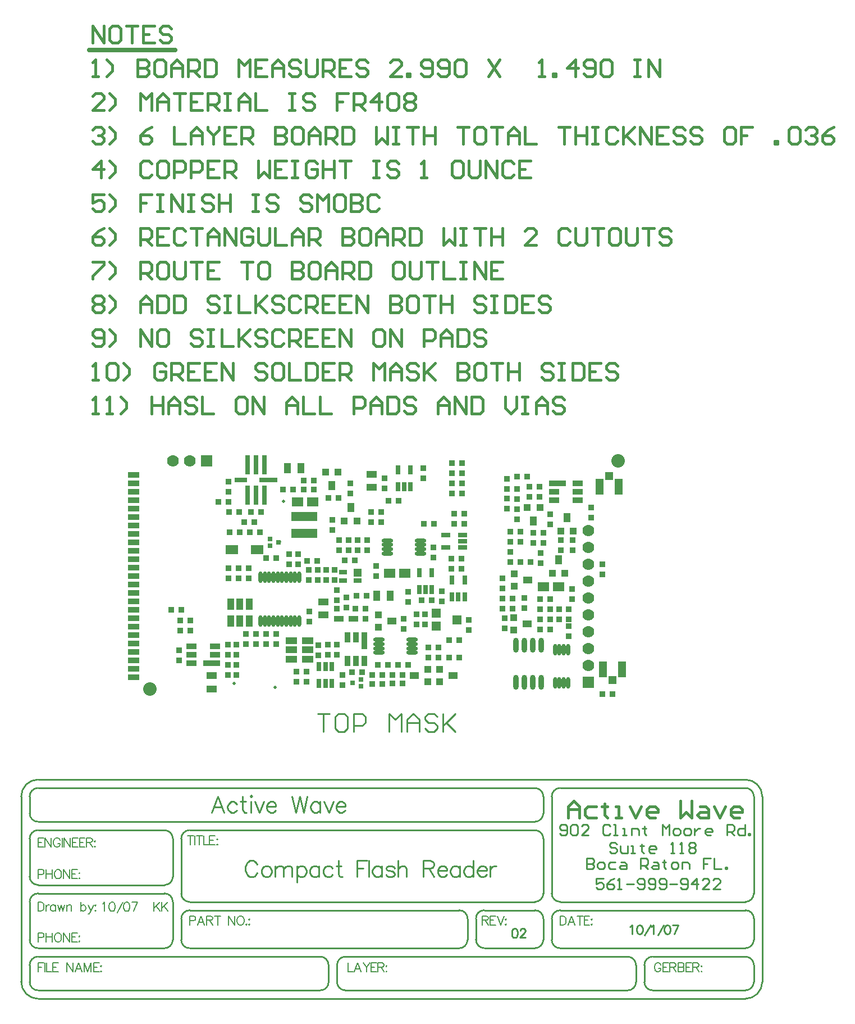
<source format=gts>
%FSLAX24Y24*%
%MOIN*%
G70*
G01*
G75*
G04 Layer_Color=16711935*
%ADD10C,0.0120*%
%ADD11R,0.0394X0.0197*%
%ADD12R,0.0300X0.0300*%
%ADD13C,0.0400*%
%ADD14R,0.0200X0.0500*%
%ADD15R,0.0591X0.0315*%
%ADD16R,0.0300X0.0300*%
%ADD17R,0.0551X0.0354*%
%ADD18R,0.0354X0.0551*%
%ADD19R,0.0250X0.0550*%
%ADD20R,0.0250X0.0520*%
%ADD21R,0.0250X0.0950*%
%ADD22R,0.0550X0.0250*%
%ADD23R,0.0950X0.0250*%
%ADD24R,0.0600X0.0270*%
%ADD25R,0.0236X0.1100*%
%ADD26R,0.1000X0.0236*%
%ADD27R,0.0700X0.0500*%
%ADD28O,0.0160X0.0600*%
%ADD29R,0.0236X0.0236*%
%ADD30O,0.0160X0.0600*%
%ADD31R,0.0394X0.0394*%
%ADD32R,0.0200X0.0300*%
%ADD33O,0.0240X0.0800*%
%ADD34R,0.0472X0.0472*%
%ADD35R,0.0600X0.0500*%
%ADD36R,0.0360X0.0500*%
%ADD37R,0.0360X0.0360*%
%ADD38R,0.1500X0.0500*%
%ADD39R,0.0394X0.0413*%
%ADD40R,0.0413X0.0866*%
%ADD41R,0.0394X0.0413*%
%ADD42O,0.0600X0.0160*%
%ADD43R,0.0500X0.0200*%
%ADD44R,0.0360X0.0360*%
%ADD45R,0.0500X0.0360*%
%ADD46R,0.0315X0.0591*%
%ADD47R,0.0700X0.0236*%
%ADD48C,0.0120*%
%ADD49C,0.0500*%
%ADD50C,0.0140*%
%ADD51C,0.0100*%
%ADD52C,0.0150*%
%ADD53C,0.0200*%
%ADD54C,0.0080*%
%ADD55C,0.0250*%
%ADD56C,0.0300*%
%ADD57C,0.0090*%
%ADD58C,0.0050*%
%ADD59R,0.0620X0.0620*%
%ADD60C,0.0620*%
%ADD61R,0.0620X0.0620*%
%ADD62C,0.0200*%
%ADD63C,0.0180*%
%ADD64C,0.0400*%
G04:AMPARAMS|DCode=65|XSize=67mil|YSize=67mil|CornerRadius=0mil|HoleSize=0mil|Usage=FLASHONLY|Rotation=0.000|XOffset=0mil|YOffset=0mil|HoleType=Round|Shape=Relief|Width=8mil|Gap=8mil|Entries=4|*
%AMTHD65*
7,0,0,0.0670,0.0510,0.0080,45*
%
%ADD65THD65*%
%ADD66C,0.0750*%
%ADD67C,0.0500*%
G04:AMPARAMS|DCode=68|XSize=42mil|YSize=42mil|CornerRadius=0mil|HoleSize=0mil|Usage=FLASHONLY|Rotation=0.000|XOffset=0mil|YOffset=0mil|HoleType=Round|Shape=Relief|Width=8mil|Gap=8mil|Entries=4|*
%AMTHD68*
7,0,0,0.0420,0.0260,0.0080,45*
%
%ADD68THD68*%
%ADD69C,0.0600*%
G04:AMPARAMS|DCode=70|XSize=52mil|YSize=52mil|CornerRadius=0mil|HoleSize=0mil|Usage=FLASHONLY|Rotation=0.000|XOffset=0mil|YOffset=0mil|HoleType=Round|Shape=Relief|Width=8mil|Gap=8mil|Entries=4|*
%AMTHD70*
7,0,0,0.0520,0.0360,0.0080,45*
%
%ADD70THD70*%
%ADD71R,0.0748X0.0591*%
%ADD72O,0.0140X0.0600*%
%ADD73R,0.0800X0.0600*%
%ADD74O,0.0157X0.0472*%
%ADD75R,0.2500X0.1400*%
%ADD76R,0.2500X0.1500*%
%ADD77R,0.0400X0.0400*%
%ADD78R,0.0800X0.2700*%
%ADD79R,0.0800X0.1600*%
%ADD80C,0.0157*%
%ADD81C,0.0220*%
%ADD82C,0.0060*%
%ADD83R,0.0474X0.0277*%
%ADD84R,0.0380X0.0380*%
%ADD85C,0.0800*%
%ADD86R,0.0280X0.0580*%
%ADD87R,0.0671X0.0395*%
%ADD88R,0.0380X0.0380*%
%ADD89R,0.0631X0.0434*%
%ADD90R,0.0434X0.0631*%
%ADD91R,0.0330X0.0630*%
%ADD92R,0.0330X0.0600*%
%ADD93R,0.0330X0.1030*%
%ADD94R,0.0630X0.0330*%
%ADD95R,0.1030X0.0330*%
%ADD96R,0.0680X0.0350*%
%ADD97R,0.0316X0.1180*%
%ADD98R,0.1080X0.0316*%
%ADD99R,0.0780X0.0580*%
%ADD100O,0.0240X0.0680*%
%ADD101R,0.0316X0.0316*%
%ADD102O,0.0240X0.0680*%
%ADD103R,0.0474X0.0474*%
%ADD104R,0.0280X0.0380*%
%ADD105O,0.0320X0.0880*%
%ADD106R,0.0552X0.0552*%
%ADD107R,0.0680X0.0580*%
%ADD108R,0.0440X0.0580*%
%ADD109R,0.0440X0.0440*%
%ADD110R,0.1580X0.0580*%
%ADD111R,0.0474X0.0493*%
%ADD112R,0.0493X0.0946*%
%ADD113R,0.0474X0.0493*%
%ADD114O,0.0680X0.0240*%
%ADD115R,0.0580X0.0280*%
%ADD116R,0.0440X0.0440*%
%ADD117R,0.0580X0.0440*%
%ADD118R,0.0395X0.0671*%
%ADD119R,0.0780X0.0316*%
%ADD120R,0.0700X0.0700*%
%ADD121C,0.0700*%
%ADD122R,0.0700X0.0700*%
D51*
X9942Y-1448D02*
X10653D01*
X10297D01*
Y-2514D01*
X11541Y-1448D02*
X11186D01*
X11008Y-1626D01*
Y-2336D01*
X11186Y-2514D01*
X11541D01*
X11719Y-2336D01*
Y-1626D01*
X11541Y-1448D01*
X12075Y-2514D02*
Y-1448D01*
X12608D01*
X12786Y-1626D01*
Y-1981D01*
X12608Y-2159D01*
X12075D01*
X14207Y-2514D02*
Y-1448D01*
X14563Y-1803D01*
X14918Y-1448D01*
Y-2514D01*
X15274D02*
Y-1803D01*
X15629Y-1448D01*
X15984Y-1803D01*
Y-2514D01*
Y-1981D01*
X15274D01*
X17051Y-1626D02*
X16873Y-1448D01*
X16518D01*
X16340Y-1626D01*
Y-1803D01*
X16518Y-1981D01*
X16873D01*
X17051Y-2159D01*
Y-2336D01*
X16873Y-2514D01*
X16518D01*
X16340Y-2336D01*
X17406Y-1448D02*
Y-2514D01*
Y-2159D01*
X18117Y-1448D01*
X17584Y-1981D01*
X18117Y-2514D01*
X35851Y-13606D02*
G03*
X35361Y-13116I-490J0D01*
G01*
X24351D02*
G03*
X23851Y-13616I0J-500D01*
G01*
X35351Y-12616D02*
G03*
X35851Y-12116I0J500D01*
G01*
X23851D02*
G03*
X24351Y-12616I500J0D01*
G01*
X-6649Y-5366D02*
G03*
X-7649Y-6366I0J-1000D01*
G01*
Y-17356D02*
G03*
X-6656Y-18366I1010J0D01*
G01*
X35351Y-18366D02*
G03*
X36351Y-17366I0J1000D01*
G01*
Y-6366D02*
G03*
X35351Y-5366I-1000J0D01*
G01*
X35851Y-6356D02*
G03*
X35344Y-5866I-490J0D01*
G01*
X35351Y-15366D02*
G03*
X35851Y-14866I0J500D01*
G01*
X35851Y-16357D02*
G03*
X35351Y-15866I-500J-9D01*
G01*
Y-17866D02*
G03*
X35851Y-17366I0J500D01*
G01*
X22851Y-15366D02*
G03*
X23351Y-14866I0J500D01*
G01*
X23851Y-14876D02*
G03*
X24350Y-15366I490J0D01*
G01*
X23351Y-13606D02*
G03*
X22861Y-13116I-490J0D01*
G01*
X-7149Y-17366D02*
G03*
X-6658Y-17866I500J0D01*
G01*
X22860Y-12616D02*
G03*
X23351Y-12116I-9J500D01*
G01*
X-6649Y-15866D02*
G03*
X-7149Y-16366I0J-500D01*
G01*
X23351Y-8866D02*
G03*
X22851Y-8366I-500J0D01*
G01*
Y-7866D02*
G03*
X23351Y-7366I0J500D01*
G01*
X24351Y-5866D02*
G03*
X23851Y-6366I0J-500D01*
G01*
X23351D02*
G03*
X22851Y-5866I-500J0D01*
G01*
X-6649D02*
G03*
X-7149Y-6366I0J-500D01*
G01*
Y-7366D02*
G03*
X-6649Y-7866I500J0D01*
G01*
Y-8366D02*
G03*
X-7149Y-8866I0J-500D01*
G01*
Y-11116D02*
G03*
X-6649Y-11616I500J0D01*
G01*
Y-12116D02*
G03*
X-7149Y-12616I0J-500D01*
G01*
Y-14866D02*
G03*
X-6658Y-15366I500J0D01*
G01*
X2351Y-8366D02*
G03*
X1851Y-8866I0J-500D01*
G01*
X2351Y-13116D02*
G03*
X1851Y-13616I0J-500D01*
G01*
X19831Y-13116D02*
G03*
X19352Y-13621I0J-480D01*
G01*
X19351Y-14856D02*
G03*
X19852Y-15366I510J0D01*
G01*
X18361Y-15366D02*
G03*
X18851Y-14867I0J490D01*
G01*
X18851Y-13606D02*
G03*
X18361Y-13116I-490J0D01*
G01*
X861Y-15366D02*
G03*
X1351Y-14876I0J490D01*
G01*
X1851D02*
G03*
X2341Y-15366I490J0D01*
G01*
X1851Y-12126D02*
G03*
X2341Y-12616I490J0D01*
G01*
X1351Y-12606D02*
G03*
X844Y-12116I-490J0D01*
G01*
X871Y-11616D02*
G03*
X1351Y-11136I0J480D01*
G01*
Y-8856D02*
G03*
X861Y-8366I-490J0D01*
G01*
X29851Y-15866D02*
G03*
X29351Y-16366I0J-500D01*
G01*
Y-17376D02*
G03*
X29850Y-17866I490J0D01*
G01*
X28363Y-17866D02*
G03*
X28851Y-17369I8J480D01*
G01*
X28851Y-16366D02*
G03*
X28351Y-15866I-500J0D01*
G01*
X11101Y-17366D02*
G03*
X11592Y-17866I500J0D01*
G01*
X11601Y-15866D02*
G03*
X11101Y-16366I0J-500D01*
G01*
X10113Y-17866D02*
G03*
X10601Y-17369I8J480D01*
G01*
X10601Y-16366D02*
G03*
X10101Y-15866I-500J0D01*
G01*
X35851Y-14866D02*
Y-13606D01*
X23851Y-14866D02*
Y-13616D01*
X35851Y-12116D02*
Y-6366D01*
X23851Y-12116D02*
Y-6366D01*
X-7649Y-17366D02*
Y-6366D01*
X-7149Y-17366D02*
Y-16366D01*
X35851Y-17366D02*
Y-16366D01*
X23351Y-14866D02*
Y-13616D01*
X19351Y-14866D02*
Y-13616D01*
X1851Y-14866D02*
Y-13616D01*
X18851Y-14866D02*
Y-13616D01*
X1851Y-12116D02*
Y-8866D01*
X23351Y-12116D02*
Y-8866D01*
Y-7366D02*
Y-6366D01*
X-7149Y-7366D02*
Y-6366D01*
X1351Y-11116D02*
Y-8866D01*
X-7149Y-11116D02*
Y-8866D01*
X1351Y-14866D02*
Y-12616D01*
X-7149Y-14866D02*
Y-12616D01*
X36351Y-17366D02*
Y-6366D01*
X29351Y-17366D02*
Y-16366D01*
X28851Y-17366D02*
Y-16366D01*
X11101Y-17366D02*
Y-16366D01*
X10601Y-17366D02*
Y-16366D01*
X24351Y-13116D02*
X35351D01*
X24351Y-12616D02*
X35351D01*
X2351D02*
X22851D01*
X24351Y-5866D02*
X35351D01*
X24351Y-15366D02*
X35351D01*
X19851Y-13116D02*
X22851D01*
X19851Y-15366D02*
X22851D01*
X2351D02*
X18351D01*
X2351Y-13116D02*
X18351D01*
X2351Y-8366D02*
X22851D01*
X-6649Y-7866D02*
X22851D01*
X-6649Y-8366D02*
X851D01*
X-6649Y-11616D02*
X851D01*
X-6649Y-12116D02*
X851D01*
X-6649Y-15366D02*
X851D01*
X-6649Y-5366D02*
X35351D01*
X-6649Y-18366D02*
X35351D01*
X-6649Y-5866D02*
X22851D01*
X29851Y-15866D02*
X35351D01*
X29851Y-17866D02*
X35351D01*
X11601Y-15866D02*
X28351D01*
X-6649D02*
X10101D01*
X-6649Y-17866D02*
X10101D01*
X11601D02*
X28351D01*
X27710Y-9190D02*
X27604Y-9084D01*
X27391D01*
X27284Y-9190D01*
Y-9297D01*
X27391Y-9404D01*
X27604D01*
X27710Y-9510D01*
Y-9617D01*
X27604Y-9723D01*
X27391D01*
X27284Y-9617D01*
X27924Y-9297D02*
Y-9617D01*
X28030Y-9723D01*
X28350D01*
Y-9297D01*
X28564Y-9723D02*
X28777D01*
X28670D01*
Y-9297D01*
X28564D01*
X29203Y-9190D02*
Y-9297D01*
X29097D01*
X29310D01*
X29203D01*
Y-9617D01*
X29310Y-9723D01*
X29950D02*
X29737D01*
X29630Y-9617D01*
Y-9404D01*
X29737Y-9297D01*
X29950D01*
X30056Y-9404D01*
Y-9510D01*
X29630D01*
X30909Y-9723D02*
X31123D01*
X31016D01*
Y-9084D01*
X30909Y-9190D01*
X31443Y-9723D02*
X31656D01*
X31549D01*
Y-9084D01*
X31443Y-9190D01*
X31976D02*
X32082Y-9084D01*
X32296D01*
X32402Y-9190D01*
Y-9297D01*
X32296Y-9404D01*
X32402Y-9510D01*
Y-9617D01*
X32296Y-9723D01*
X32082D01*
X31976Y-9617D01*
Y-9510D01*
X32082Y-9404D01*
X31976Y-9297D01*
Y-9190D01*
X32082Y-9404D02*
X32296D01*
X26911Y-11234D02*
X26484D01*
Y-11554D01*
X26697Y-11447D01*
X26804D01*
X26911Y-11554D01*
Y-11767D01*
X26804Y-11873D01*
X26591D01*
X26484Y-11767D01*
X27550Y-11234D02*
X27337Y-11340D01*
X27124Y-11554D01*
Y-11767D01*
X27230Y-11873D01*
X27444D01*
X27550Y-11767D01*
Y-11660D01*
X27444Y-11554D01*
X27124D01*
X27764Y-11873D02*
X27977D01*
X27870D01*
Y-11234D01*
X27764Y-11340D01*
X28297Y-11554D02*
X28723D01*
X28937Y-11767D02*
X29043Y-11873D01*
X29256D01*
X29363Y-11767D01*
Y-11340D01*
X29256Y-11234D01*
X29043D01*
X28937Y-11340D01*
Y-11447D01*
X29043Y-11554D01*
X29363D01*
X29576Y-11767D02*
X29683Y-11873D01*
X29896D01*
X30003Y-11767D01*
Y-11340D01*
X29896Y-11234D01*
X29683D01*
X29576Y-11340D01*
Y-11447D01*
X29683Y-11554D01*
X30003D01*
X30216Y-11767D02*
X30323Y-11873D01*
X30536D01*
X30643Y-11767D01*
Y-11340D01*
X30536Y-11234D01*
X30323D01*
X30216Y-11340D01*
Y-11447D01*
X30323Y-11554D01*
X30643D01*
X30856D02*
X31282D01*
X31496Y-11767D02*
X31602Y-11873D01*
X31816D01*
X31922Y-11767D01*
Y-11340D01*
X31816Y-11234D01*
X31602D01*
X31496Y-11340D01*
Y-11447D01*
X31602Y-11554D01*
X31922D01*
X32455Y-11873D02*
Y-11234D01*
X32135Y-11554D01*
X32562D01*
X33202Y-11873D02*
X32775D01*
X33202Y-11447D01*
Y-11340D01*
X33095Y-11234D01*
X32882D01*
X32775Y-11340D01*
X33842Y-11873D02*
X33415D01*
X33842Y-11447D01*
Y-11340D01*
X33735Y-11234D01*
X33522D01*
X33415Y-11340D01*
X24334Y-8567D02*
X24441Y-8673D01*
X24654D01*
X24760Y-8567D01*
Y-8140D01*
X24654Y-8034D01*
X24441D01*
X24334Y-8140D01*
Y-8247D01*
X24441Y-8354D01*
X24760D01*
X24974Y-8140D02*
X25080Y-8034D01*
X25294D01*
X25400Y-8140D01*
Y-8567D01*
X25294Y-8673D01*
X25080D01*
X24974Y-8567D01*
Y-8140D01*
X26040Y-8673D02*
X25614D01*
X26040Y-8247D01*
Y-8140D01*
X25933Y-8034D01*
X25720D01*
X25614Y-8140D01*
X27320D02*
X27213Y-8034D01*
X27000D01*
X26893Y-8140D01*
Y-8567D01*
X27000Y-8673D01*
X27213D01*
X27320Y-8567D01*
X27533Y-8673D02*
X27746D01*
X27640D01*
Y-8034D01*
X27533D01*
X28066Y-8673D02*
X28279D01*
X28173D01*
Y-8247D01*
X28066D01*
X28599Y-8673D02*
Y-8247D01*
X28919D01*
X29026Y-8354D01*
Y-8673D01*
X29346Y-8140D02*
Y-8247D01*
X29239D01*
X29452D01*
X29346D01*
Y-8567D01*
X29452Y-8673D01*
X30412D02*
Y-8034D01*
X30625Y-8247D01*
X30839Y-8034D01*
Y-8673D01*
X31158D02*
X31372D01*
X31478Y-8567D01*
Y-8354D01*
X31372Y-8247D01*
X31158D01*
X31052Y-8354D01*
Y-8567D01*
X31158Y-8673D01*
X31798D02*
X32011D01*
X32118Y-8567D01*
Y-8354D01*
X32011Y-8247D01*
X31798D01*
X31692Y-8354D01*
Y-8567D01*
X31798Y-8673D01*
X32331Y-8247D02*
Y-8673D01*
Y-8460D01*
X32438Y-8354D01*
X32545Y-8247D01*
X32651D01*
X33291Y-8673D02*
X33078D01*
X32971Y-8567D01*
Y-8354D01*
X33078Y-8247D01*
X33291D01*
X33398Y-8354D01*
Y-8460D01*
X32971D01*
X34251Y-8673D02*
Y-8034D01*
X34571D01*
X34677Y-8140D01*
Y-8354D01*
X34571Y-8460D01*
X34251D01*
X34464D02*
X34677Y-8673D01*
X35317Y-8034D02*
Y-8673D01*
X34997D01*
X34891Y-8567D01*
Y-8354D01*
X34997Y-8247D01*
X35317D01*
X35530Y-8673D02*
Y-8567D01*
X35637D01*
Y-8673D01*
X35530D01*
X25934Y-10034D02*
Y-10673D01*
X26254D01*
X26360Y-10567D01*
Y-10460D01*
X26254Y-10354D01*
X25934D01*
X26254D01*
X26360Y-10247D01*
Y-10140D01*
X26254Y-10034D01*
X25934D01*
X26680Y-10673D02*
X26894D01*
X27000Y-10567D01*
Y-10354D01*
X26894Y-10247D01*
X26680D01*
X26574Y-10354D01*
Y-10567D01*
X26680Y-10673D01*
X27640Y-10247D02*
X27320D01*
X27214Y-10354D01*
Y-10567D01*
X27320Y-10673D01*
X27640D01*
X27960Y-10247D02*
X28173D01*
X28280Y-10354D01*
Y-10673D01*
X27960D01*
X27853Y-10567D01*
X27960Y-10460D01*
X28280D01*
X29133Y-10673D02*
Y-10034D01*
X29453D01*
X29559Y-10140D01*
Y-10354D01*
X29453Y-10460D01*
X29133D01*
X29346D02*
X29559Y-10673D01*
X29879Y-10247D02*
X30093D01*
X30199Y-10354D01*
Y-10673D01*
X29879D01*
X29773Y-10567D01*
X29879Y-10460D01*
X30199D01*
X30519Y-10140D02*
Y-10247D01*
X30413D01*
X30626D01*
X30519D01*
Y-10567D01*
X30626Y-10673D01*
X31052D02*
X31266D01*
X31372Y-10567D01*
Y-10354D01*
X31266Y-10247D01*
X31052D01*
X30946Y-10354D01*
Y-10567D01*
X31052Y-10673D01*
X31585D02*
Y-10247D01*
X31905D01*
X32012Y-10354D01*
Y-10673D01*
X33292Y-10034D02*
X32865D01*
Y-10354D01*
X33078D01*
X32865D01*
Y-10673D01*
X33505Y-10034D02*
Y-10673D01*
X33931D01*
X34145D02*
Y-10567D01*
X34251D01*
Y-10673D01*
X34145D01*
D52*
X24834Y-7623D02*
Y-6957D01*
X25167Y-6624D01*
X25500Y-6957D01*
Y-7623D01*
Y-7124D01*
X24834D01*
X26500Y-6957D02*
X26000D01*
X25834Y-7124D01*
Y-7457D01*
X26000Y-7623D01*
X26500D01*
X27000Y-6790D02*
Y-6957D01*
X26833D01*
X27167D01*
X27000D01*
Y-7457D01*
X27167Y-7623D01*
X27666D02*
X28000D01*
X27833D01*
Y-6957D01*
X27666D01*
X28499D02*
X28833Y-7623D01*
X29166Y-6957D01*
X29999Y-7623D02*
X29666D01*
X29499Y-7457D01*
Y-7124D01*
X29666Y-6957D01*
X29999D01*
X30166Y-7124D01*
Y-7290D01*
X29499D01*
X31498Y-6624D02*
Y-7623D01*
X31832Y-7290D01*
X32165Y-7623D01*
Y-6624D01*
X32665Y-6957D02*
X32998D01*
X33165Y-7124D01*
Y-7623D01*
X32665D01*
X32498Y-7457D01*
X32665Y-7290D01*
X33165D01*
X33498Y-6957D02*
X33831Y-7623D01*
X34164Y-6957D01*
X34997Y-7623D02*
X34664D01*
X34498Y-7457D01*
Y-7124D01*
X34664Y-6957D01*
X34997D01*
X35164Y-7124D01*
Y-7290D01*
X34498D01*
X-3394Y16348D02*
X-3060D01*
X-3227D01*
Y17348D01*
X-3394Y17181D01*
X-2561Y16348D02*
X-2227D01*
X-2394D01*
Y17348D01*
X-2561Y17181D01*
X-1728Y16348D02*
X-1394Y16681D01*
Y17014D01*
X-1728Y17348D01*
X105D02*
Y16348D01*
Y16848D01*
X772D01*
Y17348D01*
Y16348D01*
X1105D02*
Y17014D01*
X1438Y17348D01*
X1771Y17014D01*
Y16348D01*
Y16848D01*
X1105D01*
X2771Y17181D02*
X2604Y17348D01*
X2271D01*
X2105Y17181D01*
Y17014D01*
X2271Y16848D01*
X2604D01*
X2771Y16681D01*
Y16515D01*
X2604Y16348D01*
X2271D01*
X2105Y16515D01*
X3104Y17348D02*
Y16348D01*
X3771D01*
X5603Y17348D02*
X5270D01*
X5104Y17181D01*
Y16515D01*
X5270Y16348D01*
X5603D01*
X5770Y16515D01*
Y17181D01*
X5603Y17348D01*
X6103Y16348D02*
Y17348D01*
X6770Y16348D01*
Y17348D01*
X8103Y16348D02*
Y17014D01*
X8436Y17348D01*
X8769Y17014D01*
Y16348D01*
Y16848D01*
X8103D01*
X9102Y17348D02*
Y16348D01*
X9769D01*
X10102Y17348D02*
Y16348D01*
X10768D01*
X12101D02*
Y17348D01*
X12601D01*
X12768Y17181D01*
Y16848D01*
X12601Y16681D01*
X12101D01*
X13101Y16348D02*
Y17014D01*
X13434Y17348D01*
X13767Y17014D01*
Y16348D01*
Y16848D01*
X13101D01*
X14101Y17348D02*
Y16348D01*
X14601D01*
X14767Y16515D01*
Y17181D01*
X14601Y17348D01*
X14101D01*
X15767Y17181D02*
X15600Y17348D01*
X15267D01*
X15100Y17181D01*
Y17014D01*
X15267Y16848D01*
X15600D01*
X15767Y16681D01*
Y16515D01*
X15600Y16348D01*
X15267D01*
X15100Y16515D01*
X17100Y16348D02*
Y17014D01*
X17433Y17348D01*
X17766Y17014D01*
Y16348D01*
Y16848D01*
X17100D01*
X18099Y16348D02*
Y17348D01*
X18766Y16348D01*
Y17348D01*
X19099D02*
Y16348D01*
X19599D01*
X19766Y16515D01*
Y17181D01*
X19599Y17348D01*
X19099D01*
X21098D02*
Y16681D01*
X21432Y16348D01*
X21765Y16681D01*
Y17348D01*
X22098D02*
X22431D01*
X22265D01*
Y16348D01*
X22098D01*
X22431D01*
X22931D02*
Y17014D01*
X23264Y17348D01*
X23598Y17014D01*
Y16348D01*
Y16848D01*
X22931D01*
X24597Y17181D02*
X24431Y17348D01*
X24097D01*
X23931Y17181D01*
Y17014D01*
X24097Y16848D01*
X24431D01*
X24597Y16681D01*
Y16515D01*
X24431Y16348D01*
X24097D01*
X23931Y16515D01*
X-2727Y34348D02*
X-3394D01*
X-2727Y35014D01*
Y35181D01*
X-2894Y35348D01*
X-3227D01*
X-3394Y35181D01*
X-2394Y34348D02*
X-2061Y34681D01*
Y35014D01*
X-2394Y35348D01*
X-561Y34348D02*
Y35348D01*
X-228Y35014D01*
X105Y35348D01*
Y34348D01*
X438D02*
Y35014D01*
X772Y35348D01*
X1105Y35014D01*
Y34348D01*
Y34848D01*
X438D01*
X1438Y35348D02*
X2105D01*
X1771D01*
Y34348D01*
X3104Y35348D02*
X2438D01*
Y34348D01*
X3104D01*
X2438Y34848D02*
X2771D01*
X3437Y34348D02*
Y35348D01*
X3937D01*
X4104Y35181D01*
Y34848D01*
X3937Y34681D01*
X3437D01*
X3771D02*
X4104Y34348D01*
X4437Y35348D02*
X4770D01*
X4604D01*
Y34348D01*
X4437D01*
X4770D01*
X5270D02*
Y35014D01*
X5603Y35348D01*
X5937Y35014D01*
Y34348D01*
Y34848D01*
X5270D01*
X6270Y35348D02*
Y34348D01*
X6936D01*
X8269Y35348D02*
X8602D01*
X8436D01*
Y34348D01*
X8269D01*
X8602D01*
X9769Y35181D02*
X9602Y35348D01*
X9269D01*
X9102Y35181D01*
Y35014D01*
X9269Y34848D01*
X9602D01*
X9769Y34681D01*
Y34515D01*
X9602Y34348D01*
X9269D01*
X9102Y34515D01*
X11768Y35348D02*
X11102D01*
Y34848D01*
X11435D01*
X11102D01*
Y34348D01*
X12101D02*
Y35348D01*
X12601D01*
X12768Y35181D01*
Y34848D01*
X12601Y34681D01*
X12101D01*
X12435D02*
X12768Y34348D01*
X13601D02*
Y35348D01*
X13101Y34848D01*
X13767D01*
X14101Y35181D02*
X14267Y35348D01*
X14601D01*
X14767Y35181D01*
Y34515D01*
X14601Y34348D01*
X14267D01*
X14101Y34515D01*
Y35181D01*
X15100D02*
X15267Y35348D01*
X15600D01*
X15767Y35181D01*
Y35014D01*
X15600Y34848D01*
X15767Y34681D01*
Y34515D01*
X15600Y34348D01*
X15267D01*
X15100Y34515D01*
Y34681D01*
X15267Y34848D01*
X15100Y35014D01*
Y35181D01*
X15267Y34848D02*
X15600D01*
X-3394Y20515D02*
X-3227Y20348D01*
X-2894D01*
X-2727Y20515D01*
Y21181D01*
X-2894Y21348D01*
X-3227D01*
X-3394Y21181D01*
Y21014D01*
X-3227Y20848D01*
X-2727D01*
X-2394Y20348D02*
X-2061Y20681D01*
Y21014D01*
X-2394Y21348D01*
X-561Y20348D02*
Y21348D01*
X105Y20348D01*
Y21348D01*
X938D02*
X605D01*
X438Y21181D01*
Y20515D01*
X605Y20348D01*
X938D01*
X1105Y20515D01*
Y21181D01*
X938Y21348D01*
X3104Y21181D02*
X2938Y21348D01*
X2604D01*
X2438Y21181D01*
Y21014D01*
X2604Y20848D01*
X2938D01*
X3104Y20681D01*
Y20515D01*
X2938Y20348D01*
X2604D01*
X2438Y20515D01*
X3437Y21348D02*
X3771D01*
X3604D01*
Y20348D01*
X3437D01*
X3771D01*
X4271Y21348D02*
Y20348D01*
X4937D01*
X5270Y21348D02*
Y20348D01*
Y20681D01*
X5937Y21348D01*
X5437Y20848D01*
X5937Y20348D01*
X6936Y21181D02*
X6770Y21348D01*
X6436D01*
X6270Y21181D01*
Y21014D01*
X6436Y20848D01*
X6770D01*
X6936Y20681D01*
Y20515D01*
X6770Y20348D01*
X6436D01*
X6270Y20515D01*
X7936Y21181D02*
X7769Y21348D01*
X7436D01*
X7270Y21181D01*
Y20515D01*
X7436Y20348D01*
X7769D01*
X7936Y20515D01*
X8269Y20348D02*
Y21348D01*
X8769D01*
X8936Y21181D01*
Y20848D01*
X8769Y20681D01*
X8269D01*
X8602D02*
X8936Y20348D01*
X9935Y21348D02*
X9269D01*
Y20348D01*
X9935D01*
X9269Y20848D02*
X9602D01*
X10935Y21348D02*
X10269D01*
Y20348D01*
X10935D01*
X10269Y20848D02*
X10602D01*
X11268Y20348D02*
Y21348D01*
X11935Y20348D01*
Y21348D01*
X13767D02*
X13434D01*
X13268Y21181D01*
Y20515D01*
X13434Y20348D01*
X13767D01*
X13934Y20515D01*
Y21181D01*
X13767Y21348D01*
X14267Y20348D02*
Y21348D01*
X14934Y20348D01*
Y21348D01*
X16267Y20348D02*
Y21348D01*
X16766D01*
X16933Y21181D01*
Y20848D01*
X16766Y20681D01*
X16267D01*
X17266Y20348D02*
Y21014D01*
X17600Y21348D01*
X17933Y21014D01*
Y20348D01*
Y20848D01*
X17266D01*
X18266Y21348D02*
Y20348D01*
X18766D01*
X18932Y20515D01*
Y21181D01*
X18766Y21348D01*
X18266D01*
X19932Y21181D02*
X19766Y21348D01*
X19432D01*
X19266Y21181D01*
Y21014D01*
X19432Y20848D01*
X19766D01*
X19932Y20681D01*
Y20515D01*
X19766Y20348D01*
X19432D01*
X19266Y20515D01*
X-3394Y23181D02*
X-3227Y23348D01*
X-2894D01*
X-2727Y23181D01*
Y23014D01*
X-2894Y22848D01*
X-2727Y22681D01*
Y22515D01*
X-2894Y22348D01*
X-3227D01*
X-3394Y22515D01*
Y22681D01*
X-3227Y22848D01*
X-3394Y23014D01*
Y23181D01*
X-3227Y22848D02*
X-2894D01*
X-2394Y22348D02*
X-2061Y22681D01*
Y23014D01*
X-2394Y23348D01*
X-561Y22348D02*
Y23014D01*
X-228Y23348D01*
X105Y23014D01*
Y22348D01*
Y22848D01*
X-561D01*
X438Y23348D02*
Y22348D01*
X938D01*
X1105Y22515D01*
Y23181D01*
X938Y23348D01*
X438D01*
X1438D02*
Y22348D01*
X1938D01*
X2105Y22515D01*
Y23181D01*
X1938Y23348D01*
X1438D01*
X4104Y23181D02*
X3937Y23348D01*
X3604D01*
X3437Y23181D01*
Y23014D01*
X3604Y22848D01*
X3937D01*
X4104Y22681D01*
Y22515D01*
X3937Y22348D01*
X3604D01*
X3437Y22515D01*
X4437Y23348D02*
X4770D01*
X4604D01*
Y22348D01*
X4437D01*
X4770D01*
X5270Y23348D02*
Y22348D01*
X5937D01*
X6270Y23348D02*
Y22348D01*
Y22681D01*
X6936Y23348D01*
X6436Y22848D01*
X6936Y22348D01*
X7936Y23181D02*
X7769Y23348D01*
X7436D01*
X7270Y23181D01*
Y23014D01*
X7436Y22848D01*
X7769D01*
X7936Y22681D01*
Y22515D01*
X7769Y22348D01*
X7436D01*
X7270Y22515D01*
X8936Y23181D02*
X8769Y23348D01*
X8436D01*
X8269Y23181D01*
Y22515D01*
X8436Y22348D01*
X8769D01*
X8936Y22515D01*
X9269Y22348D02*
Y23348D01*
X9769D01*
X9935Y23181D01*
Y22848D01*
X9769Y22681D01*
X9269D01*
X9602D02*
X9935Y22348D01*
X10935Y23348D02*
X10269D01*
Y22348D01*
X10935D01*
X10269Y22848D02*
X10602D01*
X11935Y23348D02*
X11268D01*
Y22348D01*
X11935D01*
X11268Y22848D02*
X11601D01*
X12268Y22348D02*
Y23348D01*
X12934Y22348D01*
Y23348D01*
X14267D02*
Y22348D01*
X14767D01*
X14934Y22515D01*
Y22681D01*
X14767Y22848D01*
X14267D01*
X14767D01*
X14934Y23014D01*
Y23181D01*
X14767Y23348D01*
X14267D01*
X15767D02*
X15434D01*
X15267Y23181D01*
Y22515D01*
X15434Y22348D01*
X15767D01*
X15933Y22515D01*
Y23181D01*
X15767Y23348D01*
X16267D02*
X16933D01*
X16600D01*
Y22348D01*
X17266Y23348D02*
Y22348D01*
Y22848D01*
X17933D01*
Y23348D01*
Y22348D01*
X19932Y23181D02*
X19765Y23348D01*
X19432D01*
X19266Y23181D01*
Y23014D01*
X19432Y22848D01*
X19765D01*
X19932Y22681D01*
Y22515D01*
X19765Y22348D01*
X19432D01*
X19266Y22515D01*
X20265Y23348D02*
X20599D01*
X20432D01*
Y22348D01*
X20265D01*
X20599D01*
X21098Y23348D02*
Y22348D01*
X21598D01*
X21765Y22515D01*
Y23181D01*
X21598Y23348D01*
X21098D01*
X22765D02*
X22098D01*
Y22348D01*
X22765D01*
X22098Y22848D02*
X22431D01*
X23764Y23181D02*
X23598Y23348D01*
X23264D01*
X23098Y23181D01*
Y23014D01*
X23264Y22848D01*
X23598D01*
X23764Y22681D01*
Y22515D01*
X23598Y22348D01*
X23264D01*
X23098Y22515D01*
X-3394Y25348D02*
X-2727D01*
Y25181D01*
X-3394Y24515D01*
Y24348D01*
X-2394D02*
X-2061Y24681D01*
Y25014D01*
X-2394Y25348D01*
X-561Y24348D02*
Y25348D01*
X-61D01*
X105Y25181D01*
Y24848D01*
X-61Y24681D01*
X-561D01*
X-228D02*
X105Y24348D01*
X938Y25348D02*
X605D01*
X438Y25181D01*
Y24515D01*
X605Y24348D01*
X938D01*
X1105Y24515D01*
Y25181D01*
X938Y25348D01*
X1438D02*
Y24515D01*
X1605Y24348D01*
X1938D01*
X2105Y24515D01*
Y25348D01*
X2438D02*
X3104D01*
X2771D01*
Y24348D01*
X4104Y25348D02*
X3437D01*
Y24348D01*
X4104D01*
X3437Y24848D02*
X3771D01*
X5437Y25348D02*
X6103D01*
X5770D01*
Y24348D01*
X6936Y25348D02*
X6603D01*
X6436Y25181D01*
Y24515D01*
X6603Y24348D01*
X6936D01*
X7103Y24515D01*
Y25181D01*
X6936Y25348D01*
X8436D02*
Y24348D01*
X8936D01*
X9102Y24515D01*
Y24681D01*
X8936Y24848D01*
X8436D01*
X8936D01*
X9102Y25014D01*
Y25181D01*
X8936Y25348D01*
X8436D01*
X9935D02*
X9602D01*
X9436Y25181D01*
Y24515D01*
X9602Y24348D01*
X9935D01*
X10102Y24515D01*
Y25181D01*
X9935Y25348D01*
X10435Y24348D02*
Y25014D01*
X10768Y25348D01*
X11102Y25014D01*
Y24348D01*
Y24848D01*
X10435D01*
X11435Y24348D02*
Y25348D01*
X11935D01*
X12101Y25181D01*
Y24848D01*
X11935Y24681D01*
X11435D01*
X11768D02*
X12101Y24348D01*
X12435Y25348D02*
Y24348D01*
X12934D01*
X13101Y24515D01*
Y25181D01*
X12934Y25348D01*
X12435D01*
X14934D02*
X14601D01*
X14434Y25181D01*
Y24515D01*
X14601Y24348D01*
X14934D01*
X15100Y24515D01*
Y25181D01*
X14934Y25348D01*
X15434D02*
Y24515D01*
X15600Y24348D01*
X15933D01*
X16100Y24515D01*
Y25348D01*
X16433D02*
X17100D01*
X16766D01*
Y24348D01*
X17433Y25348D02*
Y24348D01*
X18099D01*
X18433Y25348D02*
X18766D01*
X18599D01*
Y24348D01*
X18433D01*
X18766D01*
X19266D02*
Y25348D01*
X19932Y24348D01*
Y25348D01*
X20932D02*
X20265D01*
Y24348D01*
X20932D01*
X20265Y24848D02*
X20599D01*
X-2727Y27348D02*
X-3060Y27181D01*
X-3394Y26848D01*
Y26515D01*
X-3227Y26348D01*
X-2894D01*
X-2727Y26515D01*
Y26681D01*
X-2894Y26848D01*
X-3394D01*
X-2394Y26348D02*
X-2061Y26681D01*
Y27014D01*
X-2394Y27348D01*
X-561Y26348D02*
Y27348D01*
X-61D01*
X105Y27181D01*
Y26848D01*
X-61Y26681D01*
X-561D01*
X-228D02*
X105Y26348D01*
X1105Y27348D02*
X438D01*
Y26348D01*
X1105D01*
X438Y26848D02*
X772D01*
X2105Y27181D02*
X1938Y27348D01*
X1605D01*
X1438Y27181D01*
Y26515D01*
X1605Y26348D01*
X1938D01*
X2105Y26515D01*
X2438Y27348D02*
X3104D01*
X2771D01*
Y26348D01*
X3437D02*
Y27014D01*
X3771Y27348D01*
X4104Y27014D01*
Y26348D01*
Y26848D01*
X3437D01*
X4437Y26348D02*
Y27348D01*
X5104Y26348D01*
Y27348D01*
X6103Y27181D02*
X5937Y27348D01*
X5603D01*
X5437Y27181D01*
Y26515D01*
X5603Y26348D01*
X5937D01*
X6103Y26515D01*
Y26848D01*
X5770D01*
X6436Y27348D02*
Y26515D01*
X6603Y26348D01*
X6936D01*
X7103Y26515D01*
Y27348D01*
X7436D02*
Y26348D01*
X8103D01*
X8436D02*
Y27014D01*
X8769Y27348D01*
X9102Y27014D01*
Y26348D01*
Y26848D01*
X8436D01*
X9436Y26348D02*
Y27348D01*
X9935D01*
X10102Y27181D01*
Y26848D01*
X9935Y26681D01*
X9436D01*
X9769D02*
X10102Y26348D01*
X11435Y27348D02*
Y26348D01*
X11935D01*
X12101Y26515D01*
Y26681D01*
X11935Y26848D01*
X11435D01*
X11935D01*
X12101Y27014D01*
Y27181D01*
X11935Y27348D01*
X11435D01*
X12934D02*
X12601D01*
X12435Y27181D01*
Y26515D01*
X12601Y26348D01*
X12934D01*
X13101Y26515D01*
Y27181D01*
X12934Y27348D01*
X13434Y26348D02*
Y27014D01*
X13767Y27348D01*
X14101Y27014D01*
Y26348D01*
Y26848D01*
X13434D01*
X14434Y26348D02*
Y27348D01*
X14934D01*
X15100Y27181D01*
Y26848D01*
X14934Y26681D01*
X14434D01*
X14767D02*
X15100Y26348D01*
X15434Y27348D02*
Y26348D01*
X15933D01*
X16100Y26515D01*
Y27181D01*
X15933Y27348D01*
X15434D01*
X17433D02*
Y26348D01*
X17766Y26681D01*
X18099Y26348D01*
Y27348D01*
X18433D02*
X18766D01*
X18599D01*
Y26348D01*
X18433D01*
X18766D01*
X19266Y27348D02*
X19932D01*
X19599D01*
Y26348D01*
X20265Y27348D02*
Y26348D01*
Y26848D01*
X20932D01*
Y27348D01*
Y26348D01*
X22931D02*
X22265D01*
X22931Y27014D01*
Y27181D01*
X22765Y27348D01*
X22431D01*
X22265Y27181D01*
X24931D02*
X24764Y27348D01*
X24431D01*
X24264Y27181D01*
Y26515D01*
X24431Y26348D01*
X24764D01*
X24931Y26515D01*
X25264Y27348D02*
Y26515D01*
X25430Y26348D01*
X25764D01*
X25930Y26515D01*
Y27348D01*
X26263D02*
X26930D01*
X26597D01*
Y26348D01*
X27763Y27348D02*
X27430D01*
X27263Y27181D01*
Y26515D01*
X27430Y26348D01*
X27763D01*
X27930Y26515D01*
Y27181D01*
X27763Y27348D01*
X28263D02*
Y26515D01*
X28429Y26348D01*
X28763D01*
X28929Y26515D01*
Y27348D01*
X29262D02*
X29929D01*
X29596D01*
Y26348D01*
X30929Y27181D02*
X30762Y27348D01*
X30429D01*
X30262Y27181D01*
Y27014D01*
X30429Y26848D01*
X30762D01*
X30929Y26681D01*
Y26515D01*
X30762Y26348D01*
X30429D01*
X30262Y26515D01*
X-2727Y29348D02*
X-3394D01*
Y28848D01*
X-3060Y29014D01*
X-2894D01*
X-2727Y28848D01*
Y28515D01*
X-2894Y28348D01*
X-3227D01*
X-3394Y28515D01*
X-2394Y28348D02*
X-2061Y28681D01*
Y29014D01*
X-2394Y29348D01*
X105D02*
X-561D01*
Y28848D01*
X-228D01*
X-561D01*
Y28348D01*
X438Y29348D02*
X772D01*
X605D01*
Y28348D01*
X438D01*
X772D01*
X1271D02*
Y29348D01*
X1938Y28348D01*
Y29348D01*
X2271D02*
X2604D01*
X2438D01*
Y28348D01*
X2271D01*
X2604D01*
X3771Y29181D02*
X3604Y29348D01*
X3271D01*
X3104Y29181D01*
Y29014D01*
X3271Y28848D01*
X3604D01*
X3771Y28681D01*
Y28515D01*
X3604Y28348D01*
X3271D01*
X3104Y28515D01*
X4104Y29348D02*
Y28348D01*
Y28848D01*
X4770D01*
Y29348D01*
Y28348D01*
X6103Y29348D02*
X6436D01*
X6270D01*
Y28348D01*
X6103D01*
X6436D01*
X7603Y29181D02*
X7436Y29348D01*
X7103D01*
X6936Y29181D01*
Y29014D01*
X7103Y28848D01*
X7436D01*
X7603Y28681D01*
Y28515D01*
X7436Y28348D01*
X7103D01*
X6936Y28515D01*
X9602Y29181D02*
X9436Y29348D01*
X9102D01*
X8936Y29181D01*
Y29014D01*
X9102Y28848D01*
X9436D01*
X9602Y28681D01*
Y28515D01*
X9436Y28348D01*
X9102D01*
X8936Y28515D01*
X9935Y28348D02*
Y29348D01*
X10269Y29014D01*
X10602Y29348D01*
Y28348D01*
X11435Y29348D02*
X11102D01*
X10935Y29181D01*
Y28515D01*
X11102Y28348D01*
X11435D01*
X11601Y28515D01*
Y29181D01*
X11435Y29348D01*
X11935D02*
Y28348D01*
X12435D01*
X12601Y28515D01*
Y28681D01*
X12435Y28848D01*
X11935D01*
X12435D01*
X12601Y29014D01*
Y29181D01*
X12435Y29348D01*
X11935D01*
X13601Y29181D02*
X13434Y29348D01*
X13101D01*
X12934Y29181D01*
Y28515D01*
X13101Y28348D01*
X13434D01*
X13601Y28515D01*
X-2894Y30348D02*
Y31348D01*
X-3394Y30848D01*
X-2727D01*
X-2394Y30348D02*
X-2061Y30681D01*
Y31014D01*
X-2394Y31348D01*
X105Y31181D02*
X-61Y31348D01*
X-395D01*
X-561Y31181D01*
Y30515D01*
X-395Y30348D01*
X-61D01*
X105Y30515D01*
X938Y31348D02*
X605D01*
X438Y31181D01*
Y30515D01*
X605Y30348D01*
X938D01*
X1105Y30515D01*
Y31181D01*
X938Y31348D01*
X1438Y30348D02*
Y31348D01*
X1938D01*
X2105Y31181D01*
Y30848D01*
X1938Y30681D01*
X1438D01*
X2438Y30348D02*
Y31348D01*
X2938D01*
X3104Y31181D01*
Y30848D01*
X2938Y30681D01*
X2438D01*
X4104Y31348D02*
X3437D01*
Y30348D01*
X4104D01*
X3437Y30848D02*
X3771D01*
X4437Y30348D02*
Y31348D01*
X4937D01*
X5104Y31181D01*
Y30848D01*
X4937Y30681D01*
X4437D01*
X4770D02*
X5104Y30348D01*
X6436Y31348D02*
Y30348D01*
X6770Y30681D01*
X7103Y30348D01*
Y31348D01*
X8103D02*
X7436D01*
Y30348D01*
X8103D01*
X7436Y30848D02*
X7769D01*
X8436Y31348D02*
X8769D01*
X8602D01*
Y30348D01*
X8436D01*
X8769D01*
X9935Y31181D02*
X9769Y31348D01*
X9436D01*
X9269Y31181D01*
Y30515D01*
X9436Y30348D01*
X9769D01*
X9935Y30515D01*
Y30848D01*
X9602D01*
X10269Y31348D02*
Y30348D01*
Y30848D01*
X10935D01*
Y31348D01*
Y30348D01*
X11268Y31348D02*
X11935D01*
X11601D01*
Y30348D01*
X13268Y31348D02*
X13601D01*
X13434D01*
Y30348D01*
X13268D01*
X13601D01*
X14767Y31181D02*
X14601Y31348D01*
X14267D01*
X14101Y31181D01*
Y31014D01*
X14267Y30848D01*
X14601D01*
X14767Y30681D01*
Y30515D01*
X14601Y30348D01*
X14267D01*
X14101Y30515D01*
X16100Y30348D02*
X16433D01*
X16267D01*
Y31348D01*
X16100Y31181D01*
X18433Y31348D02*
X18099D01*
X17933Y31181D01*
Y30515D01*
X18099Y30348D01*
X18433D01*
X18599Y30515D01*
Y31181D01*
X18433Y31348D01*
X18932D02*
Y30515D01*
X19099Y30348D01*
X19432D01*
X19599Y30515D01*
Y31348D01*
X19932Y30348D02*
Y31348D01*
X20599Y30348D01*
Y31348D01*
X21598Y31181D02*
X21432Y31348D01*
X21098D01*
X20932Y31181D01*
Y30515D01*
X21098Y30348D01*
X21432D01*
X21598Y30515D01*
X22598Y31348D02*
X21931D01*
Y30348D01*
X22598D01*
X21931Y30848D02*
X22265D01*
X-3394Y33181D02*
X-3227Y33348D01*
X-2894D01*
X-2727Y33181D01*
Y33014D01*
X-2894Y32848D01*
X-3060D01*
X-2894D01*
X-2727Y32681D01*
Y32515D01*
X-2894Y32348D01*
X-3227D01*
X-3394Y32515D01*
X-2394Y32348D02*
X-2061Y32681D01*
Y33014D01*
X-2394Y33348D01*
X105D02*
X-228Y33181D01*
X-561Y32848D01*
Y32515D01*
X-395Y32348D01*
X-61D01*
X105Y32515D01*
Y32681D01*
X-61Y32848D01*
X-561D01*
X1438Y33348D02*
Y32348D01*
X2105D01*
X2438D02*
Y33014D01*
X2771Y33348D01*
X3104Y33014D01*
Y32348D01*
Y32848D01*
X2438D01*
X3437Y33348D02*
Y33181D01*
X3771Y32848D01*
X4104Y33181D01*
Y33348D01*
X3771Y32848D02*
Y32348D01*
X5104Y33348D02*
X4437D01*
Y32348D01*
X5104D01*
X4437Y32848D02*
X4770D01*
X5437Y32348D02*
Y33348D01*
X5937D01*
X6103Y33181D01*
Y32848D01*
X5937Y32681D01*
X5437D01*
X5770D02*
X6103Y32348D01*
X7436Y33348D02*
Y32348D01*
X7936D01*
X8103Y32515D01*
Y32681D01*
X7936Y32848D01*
X7436D01*
X7936D01*
X8103Y33014D01*
Y33181D01*
X7936Y33348D01*
X7436D01*
X8936D02*
X8602D01*
X8436Y33181D01*
Y32515D01*
X8602Y32348D01*
X8936D01*
X9102Y32515D01*
Y33181D01*
X8936Y33348D01*
X9436Y32348D02*
Y33014D01*
X9769Y33348D01*
X10102Y33014D01*
Y32348D01*
Y32848D01*
X9436D01*
X10435Y32348D02*
Y33348D01*
X10935D01*
X11102Y33181D01*
Y32848D01*
X10935Y32681D01*
X10435D01*
X10768D02*
X11102Y32348D01*
X11435Y33348D02*
Y32348D01*
X11935D01*
X12101Y32515D01*
Y33181D01*
X11935Y33348D01*
X11435D01*
X13434D02*
Y32348D01*
X13767Y32681D01*
X14101Y32348D01*
Y33348D01*
X14434D02*
X14767D01*
X14601D01*
Y32348D01*
X14434D01*
X14767D01*
X15267Y33348D02*
X15933D01*
X15600D01*
Y32348D01*
X16267Y33348D02*
Y32348D01*
Y32848D01*
X16933D01*
Y33348D01*
Y32348D01*
X18266Y33348D02*
X18932D01*
X18599D01*
Y32348D01*
X19765Y33348D02*
X19432D01*
X19266Y33181D01*
Y32515D01*
X19432Y32348D01*
X19765D01*
X19932Y32515D01*
Y33181D01*
X19765Y33348D01*
X20265D02*
X20932D01*
X20599D01*
Y32348D01*
X21265D02*
Y33014D01*
X21598Y33348D01*
X21931Y33014D01*
Y32348D01*
Y32848D01*
X21265D01*
X22265Y33348D02*
Y32348D01*
X22931D01*
X24264Y33348D02*
X24931D01*
X24597D01*
Y32348D01*
X25264Y33348D02*
Y32348D01*
Y32848D01*
X25930D01*
Y33348D01*
Y32348D01*
X26263Y33348D02*
X26597D01*
X26430D01*
Y32348D01*
X26263D01*
X26597D01*
X27763Y33181D02*
X27596Y33348D01*
X27263D01*
X27096Y33181D01*
Y32515D01*
X27263Y32348D01*
X27596D01*
X27763Y32515D01*
X28096Y33348D02*
Y32348D01*
Y32681D01*
X28763Y33348D01*
X28263Y32848D01*
X28763Y32348D01*
X29096D02*
Y33348D01*
X29762Y32348D01*
Y33348D01*
X30762D02*
X30096D01*
Y32348D01*
X30762D01*
X30096Y32848D02*
X30429D01*
X31762Y33181D02*
X31595Y33348D01*
X31262D01*
X31095Y33181D01*
Y33014D01*
X31262Y32848D01*
X31595D01*
X31762Y32681D01*
Y32515D01*
X31595Y32348D01*
X31262D01*
X31095Y32515D01*
X32761Y33181D02*
X32595Y33348D01*
X32261D01*
X32095Y33181D01*
Y33014D01*
X32261Y32848D01*
X32595D01*
X32761Y32681D01*
Y32515D01*
X32595Y32348D01*
X32261D01*
X32095Y32515D01*
X34594Y33348D02*
X34261D01*
X34094Y33181D01*
Y32515D01*
X34261Y32348D01*
X34594D01*
X34761Y32515D01*
Y33181D01*
X34594Y33348D01*
X35760D02*
X35094D01*
Y32848D01*
X35427D01*
X35094D01*
Y32348D01*
X37093D02*
Y32515D01*
X37260D01*
Y32348D01*
X37093D01*
X37926Y33181D02*
X38093Y33348D01*
X38426D01*
X38593Y33181D01*
Y32515D01*
X38426Y32348D01*
X38093D01*
X37926Y32515D01*
Y33181D01*
X38926D02*
X39093Y33348D01*
X39426D01*
X39592Y33181D01*
Y33014D01*
X39426Y32848D01*
X39259D01*
X39426D01*
X39592Y32681D01*
Y32515D01*
X39426Y32348D01*
X39093D01*
X38926Y32515D01*
X40592Y33348D02*
X40259Y33181D01*
X39926Y32848D01*
Y32515D01*
X40092Y32348D01*
X40425D01*
X40592Y32515D01*
Y32681D01*
X40425Y32848D01*
X39926D01*
X-3394Y18348D02*
X-3060D01*
X-3227D01*
Y19348D01*
X-3394Y19181D01*
X-2561D02*
X-2394Y19348D01*
X-2061D01*
X-1894Y19181D01*
Y18515D01*
X-2061Y18348D01*
X-2394D01*
X-2561Y18515D01*
Y19181D01*
X-1561Y18348D02*
X-1228Y18681D01*
Y19014D01*
X-1561Y19348D01*
X938Y19181D02*
X772Y19348D01*
X438D01*
X272Y19181D01*
Y18515D01*
X438Y18348D01*
X772D01*
X938Y18515D01*
Y18848D01*
X605D01*
X1271Y18348D02*
Y19348D01*
X1771D01*
X1938Y19181D01*
Y18848D01*
X1771Y18681D01*
X1271D01*
X1605D02*
X1938Y18348D01*
X2938Y19348D02*
X2271D01*
Y18348D01*
X2938D01*
X2271Y18848D02*
X2604D01*
X3937Y19348D02*
X3271D01*
Y18348D01*
X3937D01*
X3271Y18848D02*
X3604D01*
X4271Y18348D02*
Y19348D01*
X4937Y18348D01*
Y19348D01*
X6936Y19181D02*
X6770Y19348D01*
X6436D01*
X6270Y19181D01*
Y19014D01*
X6436Y18848D01*
X6770D01*
X6936Y18681D01*
Y18515D01*
X6770Y18348D01*
X6436D01*
X6270Y18515D01*
X7769Y19348D02*
X7436D01*
X7270Y19181D01*
Y18515D01*
X7436Y18348D01*
X7769D01*
X7936Y18515D01*
Y19181D01*
X7769Y19348D01*
X8269D02*
Y18348D01*
X8936D01*
X9269Y19348D02*
Y18348D01*
X9769D01*
X9935Y18515D01*
Y19181D01*
X9769Y19348D01*
X9269D01*
X10935D02*
X10269D01*
Y18348D01*
X10935D01*
X10269Y18848D02*
X10602D01*
X11268Y18348D02*
Y19348D01*
X11768D01*
X11935Y19181D01*
Y18848D01*
X11768Y18681D01*
X11268D01*
X11601D02*
X11935Y18348D01*
X13268D02*
Y19348D01*
X13601Y19014D01*
X13934Y19348D01*
Y18348D01*
X14267D02*
Y19014D01*
X14601Y19348D01*
X14934Y19014D01*
Y18348D01*
Y18848D01*
X14267D01*
X15933Y19181D02*
X15767Y19348D01*
X15434D01*
X15267Y19181D01*
Y19014D01*
X15434Y18848D01*
X15767D01*
X15933Y18681D01*
Y18515D01*
X15767Y18348D01*
X15434D01*
X15267Y18515D01*
X16267Y19348D02*
Y18348D01*
Y18681D01*
X16933Y19348D01*
X16433Y18848D01*
X16933Y18348D01*
X18266Y19348D02*
Y18348D01*
X18766D01*
X18932Y18515D01*
Y18681D01*
X18766Y18848D01*
X18266D01*
X18766D01*
X18932Y19014D01*
Y19181D01*
X18766Y19348D01*
X18266D01*
X19766D02*
X19432D01*
X19266Y19181D01*
Y18515D01*
X19432Y18348D01*
X19766D01*
X19932Y18515D01*
Y19181D01*
X19766Y19348D01*
X20265D02*
X20932D01*
X20599D01*
Y18348D01*
X21265Y19348D02*
Y18348D01*
Y18848D01*
X21931D01*
Y19348D01*
Y18348D01*
X23931Y19181D02*
X23764Y19348D01*
X23431D01*
X23264Y19181D01*
Y19014D01*
X23431Y18848D01*
X23764D01*
X23931Y18681D01*
Y18515D01*
X23764Y18348D01*
X23431D01*
X23264Y18515D01*
X24264Y19348D02*
X24597D01*
X24431D01*
Y18348D01*
X24264D01*
X24597D01*
X25097Y19348D02*
Y18348D01*
X25597D01*
X25764Y18515D01*
Y19181D01*
X25597Y19348D01*
X25097D01*
X26763D02*
X26097D01*
Y18348D01*
X26763D01*
X26097Y18848D02*
X26430D01*
X27763Y19181D02*
X27596Y19348D01*
X27263D01*
X27096Y19181D01*
Y19014D01*
X27263Y18848D01*
X27596D01*
X27763Y18681D01*
Y18515D01*
X27596Y18348D01*
X27263D01*
X27096Y18515D01*
X-3394Y38348D02*
Y39348D01*
X-2727Y38348D01*
Y39348D01*
X-1894D02*
X-2227D01*
X-2394Y39181D01*
Y38515D01*
X-2227Y38348D01*
X-1894D01*
X-1728Y38515D01*
Y39181D01*
X-1894Y39348D01*
X-1394D02*
X-728D01*
X-1061D01*
Y38348D01*
X272Y39348D02*
X-395D01*
Y38348D01*
X272D01*
X-395Y38848D02*
X-61D01*
X1271Y39181D02*
X1105Y39348D01*
X772D01*
X605Y39181D01*
Y39014D01*
X772Y38848D01*
X1105D01*
X1271Y38681D01*
Y38515D01*
X1105Y38348D01*
X772D01*
X605Y38515D01*
X-3394Y36348D02*
X-3060D01*
X-3227D01*
Y37348D01*
X-3394Y37181D01*
X-2561Y36348D02*
X-2227Y36681D01*
Y37014D01*
X-2561Y37348D01*
X-728D02*
Y36348D01*
X-228D01*
X-61Y36515D01*
Y36681D01*
X-228Y36848D01*
X-728D01*
X-228D01*
X-61Y37014D01*
Y37181D01*
X-228Y37348D01*
X-728D01*
X772D02*
X438D01*
X272Y37181D01*
Y36515D01*
X438Y36348D01*
X772D01*
X938Y36515D01*
Y37181D01*
X772Y37348D01*
X1271Y36348D02*
Y37014D01*
X1605Y37348D01*
X1938Y37014D01*
Y36348D01*
Y36848D01*
X1271D01*
X2271Y36348D02*
Y37348D01*
X2771D01*
X2938Y37181D01*
Y36848D01*
X2771Y36681D01*
X2271D01*
X2604D02*
X2938Y36348D01*
X3271Y37348D02*
Y36348D01*
X3771D01*
X3937Y36515D01*
Y37181D01*
X3771Y37348D01*
X3271D01*
X5270Y36348D02*
Y37348D01*
X5603Y37014D01*
X5937Y37348D01*
Y36348D01*
X6936Y37348D02*
X6270D01*
Y36348D01*
X6936D01*
X6270Y36848D02*
X6603D01*
X7270Y36348D02*
Y37014D01*
X7603Y37348D01*
X7936Y37014D01*
Y36348D01*
Y36848D01*
X7270D01*
X8936Y37181D02*
X8769Y37348D01*
X8436D01*
X8269Y37181D01*
Y37014D01*
X8436Y36848D01*
X8769D01*
X8936Y36681D01*
Y36515D01*
X8769Y36348D01*
X8436D01*
X8269Y36515D01*
X9269Y37348D02*
Y36515D01*
X9436Y36348D01*
X9769D01*
X9935Y36515D01*
Y37348D01*
X10269Y36348D02*
Y37348D01*
X10768D01*
X10935Y37181D01*
Y36848D01*
X10768Y36681D01*
X10269D01*
X10602D02*
X10935Y36348D01*
X11935Y37348D02*
X11268D01*
Y36348D01*
X11935D01*
X11268Y36848D02*
X11601D01*
X12934Y37181D02*
X12768Y37348D01*
X12435D01*
X12268Y37181D01*
Y37014D01*
X12435Y36848D01*
X12768D01*
X12934Y36681D01*
Y36515D01*
X12768Y36348D01*
X12435D01*
X12268Y36515D01*
X14934Y36348D02*
X14267D01*
X14934Y37014D01*
Y37181D01*
X14767Y37348D01*
X14434D01*
X14267Y37181D01*
X15267Y36348D02*
Y36515D01*
X15434D01*
Y36348D01*
X15267D01*
X16100Y36515D02*
X16267Y36348D01*
X16600D01*
X16766Y36515D01*
Y37181D01*
X16600Y37348D01*
X16267D01*
X16100Y37181D01*
Y37014D01*
X16267Y36848D01*
X16766D01*
X17100Y36515D02*
X17266Y36348D01*
X17600D01*
X17766Y36515D01*
Y37181D01*
X17600Y37348D01*
X17266D01*
X17100Y37181D01*
Y37014D01*
X17266Y36848D01*
X17766D01*
X18099Y37181D02*
X18266Y37348D01*
X18599D01*
X18766Y37181D01*
Y36515D01*
X18599Y36348D01*
X18266D01*
X18099Y36515D01*
Y37181D01*
X20099Y37348D02*
X20765Y36348D01*
Y37348D02*
X20099Y36348D01*
X23098D02*
X23431D01*
X23264D01*
Y37348D01*
X23098Y37181D01*
X23931Y36348D02*
Y36515D01*
X24097D01*
Y36348D01*
X23931D01*
X25264D02*
Y37348D01*
X24764Y36848D01*
X25430D01*
X25764Y36515D02*
X25930Y36348D01*
X26263D01*
X26430Y36515D01*
Y37181D01*
X26263Y37348D01*
X25930D01*
X25764Y37181D01*
Y37014D01*
X25930Y36848D01*
X26430D01*
X26763Y37181D02*
X26930Y37348D01*
X27263D01*
X27430Y37181D01*
Y36515D01*
X27263Y36348D01*
X26930D01*
X26763Y36515D01*
Y37181D01*
X28763Y37348D02*
X29096D01*
X28929D01*
Y36348D01*
X28763D01*
X29096D01*
X29596D02*
Y37348D01*
X30262Y36348D01*
Y37348D01*
D54*
X-2819Y-12745D02*
X-2768Y-12719D01*
X-2692Y-12643D01*
Y-13176D01*
X-2276Y-12643D02*
X-2352Y-12669D01*
X-2403Y-12745D01*
X-2428Y-12872D01*
Y-12948D01*
X-2403Y-13075D01*
X-2352Y-13151D01*
X-2276Y-13176D01*
X-2225D01*
X-2149Y-13151D01*
X-2098Y-13075D01*
X-2073Y-12948D01*
Y-12872D01*
X-2098Y-12745D01*
X-2149Y-12669D01*
X-2225Y-12643D01*
X-2276D01*
X-1953Y-13253D02*
X-1598Y-12643D01*
X-1410D02*
X-1486Y-12669D01*
X-1537Y-12745D01*
X-1562Y-12872D01*
Y-12948D01*
X-1537Y-13075D01*
X-1486Y-13151D01*
X-1410Y-13176D01*
X-1359D01*
X-1283Y-13151D01*
X-1232Y-13075D01*
X-1207Y-12948D01*
Y-12872D01*
X-1232Y-12745D01*
X-1283Y-12669D01*
X-1359Y-12643D01*
X-1410D01*
X-732D02*
X-986Y-13176D01*
X-1087Y-12643D02*
X-732D01*
X225D02*
Y-13176D01*
X581Y-12643D02*
X225Y-12999D01*
X352Y-12872D02*
X581Y-13176D01*
X700Y-12643D02*
Y-13176D01*
X1056Y-12643D02*
X700Y-12999D01*
X827Y-12872D02*
X1056Y-13176D01*
D55*
X-3594Y37898D02*
X1506D01*
D57*
X21629Y-14208D02*
X21552Y-14233D01*
X21502Y-14309D01*
X21476Y-14436D01*
Y-14512D01*
X21502Y-14639D01*
X21552Y-14716D01*
X21629Y-14741D01*
X21679D01*
X21755Y-14716D01*
X21806Y-14639D01*
X21832Y-14512D01*
Y-14436D01*
X21806Y-14309D01*
X21755Y-14233D01*
X21679Y-14208D01*
X21629D01*
X21976Y-14335D02*
Y-14309D01*
X22002Y-14258D01*
X22027Y-14233D01*
X22078Y-14208D01*
X22180D01*
X22230Y-14233D01*
X22256Y-14258D01*
X22281Y-14309D01*
Y-14360D01*
X22256Y-14411D01*
X22205Y-14487D01*
X21951Y-14741D01*
X22306D01*
X6350Y-10396D02*
X6305Y-10305D01*
X6213Y-10213D01*
X6122Y-10168D01*
X5939D01*
X5848Y-10213D01*
X5756Y-10305D01*
X5711Y-10396D01*
X5665Y-10533D01*
Y-10762D01*
X5711Y-10899D01*
X5756Y-10990D01*
X5848Y-11082D01*
X5939Y-11127D01*
X6122D01*
X6213Y-11082D01*
X6305Y-10990D01*
X6350Y-10899D01*
X6849Y-10487D02*
X6757Y-10533D01*
X6666Y-10625D01*
X6620Y-10762D01*
Y-10853D01*
X6666Y-10990D01*
X6757Y-11082D01*
X6849Y-11127D01*
X6986D01*
X7077Y-11082D01*
X7169Y-10990D01*
X7214Y-10853D01*
Y-10762D01*
X7169Y-10625D01*
X7077Y-10533D01*
X6986Y-10487D01*
X6849D01*
X7425D02*
Y-11127D01*
Y-10670D02*
X7562Y-10533D01*
X7653Y-10487D01*
X7790D01*
X7882Y-10533D01*
X7927Y-10670D01*
Y-11127D01*
Y-10670D02*
X8064Y-10533D01*
X8156Y-10487D01*
X8293D01*
X8384Y-10533D01*
X8430Y-10670D01*
Y-11127D01*
X8732Y-10487D02*
Y-11447D01*
Y-10625D02*
X8823Y-10533D01*
X8914Y-10487D01*
X9052D01*
X9143Y-10533D01*
X9234Y-10625D01*
X9280Y-10762D01*
Y-10853D01*
X9234Y-10990D01*
X9143Y-11082D01*
X9052Y-11127D01*
X8914D01*
X8823Y-11082D01*
X8732Y-10990D01*
X10034Y-10487D02*
Y-11127D01*
Y-10625D02*
X9943Y-10533D01*
X9851Y-10487D01*
X9714D01*
X9623Y-10533D01*
X9532Y-10625D01*
X9486Y-10762D01*
Y-10853D01*
X9532Y-10990D01*
X9623Y-11082D01*
X9714Y-11127D01*
X9851D01*
X9943Y-11082D01*
X10034Y-10990D01*
X10839Y-10625D02*
X10747Y-10533D01*
X10656Y-10487D01*
X10519D01*
X10427Y-10533D01*
X10336Y-10625D01*
X10290Y-10762D01*
Y-10853D01*
X10336Y-10990D01*
X10427Y-11082D01*
X10519Y-11127D01*
X10656D01*
X10747Y-11082D01*
X10839Y-10990D01*
X11181Y-10168D02*
Y-10944D01*
X11227Y-11082D01*
X11319Y-11127D01*
X11410D01*
X11044Y-10487D02*
X11364D01*
X12301Y-10168D02*
Y-11127D01*
Y-10168D02*
X12895D01*
X12301Y-10625D02*
X12667D01*
X13005Y-10168D02*
Y-11127D01*
X13755Y-10487D02*
Y-11127D01*
Y-10625D02*
X13663Y-10533D01*
X13572Y-10487D01*
X13435D01*
X13343Y-10533D01*
X13252Y-10625D01*
X13206Y-10762D01*
Y-10853D01*
X13252Y-10990D01*
X13343Y-11082D01*
X13435Y-11127D01*
X13572D01*
X13663Y-11082D01*
X13755Y-10990D01*
X14513Y-10625D02*
X14468Y-10533D01*
X14330Y-10487D01*
X14193D01*
X14056Y-10533D01*
X14011Y-10625D01*
X14056Y-10716D01*
X14148Y-10762D01*
X14376Y-10807D01*
X14468Y-10853D01*
X14513Y-10944D01*
Y-10990D01*
X14468Y-11082D01*
X14330Y-11127D01*
X14193D01*
X14056Y-11082D01*
X14011Y-10990D01*
X14714Y-10168D02*
Y-11127D01*
Y-10670D02*
X14852Y-10533D01*
X14943Y-10487D01*
X15080D01*
X15171Y-10533D01*
X15217Y-10670D01*
Y-11127D01*
X16223Y-10168D02*
Y-11127D01*
Y-10168D02*
X16634D01*
X16771Y-10213D01*
X16817Y-10259D01*
X16863Y-10350D01*
Y-10442D01*
X16817Y-10533D01*
X16771Y-10579D01*
X16634Y-10625D01*
X16223D01*
X16543D02*
X16863Y-11127D01*
X17077Y-10762D02*
X17626D01*
Y-10670D01*
X17580Y-10579D01*
X17534Y-10533D01*
X17443Y-10487D01*
X17306D01*
X17214Y-10533D01*
X17123Y-10625D01*
X17077Y-10762D01*
Y-10853D01*
X17123Y-10990D01*
X17214Y-11082D01*
X17306Y-11127D01*
X17443D01*
X17534Y-11082D01*
X17626Y-10990D01*
X18380Y-10487D02*
Y-11127D01*
Y-10625D02*
X18288Y-10533D01*
X18197Y-10487D01*
X18060D01*
X17969Y-10533D01*
X17877Y-10625D01*
X17831Y-10762D01*
Y-10853D01*
X17877Y-10990D01*
X17969Y-11082D01*
X18060Y-11127D01*
X18197D01*
X18288Y-11082D01*
X18380Y-10990D01*
X19184Y-10168D02*
Y-11127D01*
Y-10625D02*
X19093Y-10533D01*
X19001Y-10487D01*
X18864D01*
X18773Y-10533D01*
X18682Y-10625D01*
X18636Y-10762D01*
Y-10853D01*
X18682Y-10990D01*
X18773Y-11082D01*
X18864Y-11127D01*
X19001D01*
X19093Y-11082D01*
X19184Y-10990D01*
X19440Y-10762D02*
X19989D01*
Y-10670D01*
X19943Y-10579D01*
X19897Y-10533D01*
X19806Y-10487D01*
X19669D01*
X19577Y-10533D01*
X19486Y-10625D01*
X19440Y-10762D01*
Y-10853D01*
X19486Y-10990D01*
X19577Y-11082D01*
X19669Y-11127D01*
X19806D01*
X19897Y-11082D01*
X19989Y-10990D01*
X20194Y-10487D02*
Y-11127D01*
Y-10762D02*
X20240Y-10625D01*
X20331Y-10533D01*
X20423Y-10487D01*
X20560D01*
X4382Y-7316D02*
X4017Y-6356D01*
X3651Y-7316D01*
X3788Y-6996D02*
X4245D01*
X5155Y-6813D02*
X5063Y-6722D01*
X4972Y-6676D01*
X4835D01*
X4744Y-6722D01*
X4652Y-6813D01*
X4606Y-6950D01*
Y-7042D01*
X4652Y-7179D01*
X4744Y-7270D01*
X4835Y-7316D01*
X4972D01*
X5063Y-7270D01*
X5155Y-7179D01*
X5498Y-6356D02*
Y-7133D01*
X5543Y-7270D01*
X5635Y-7316D01*
X5726D01*
X5361Y-6676D02*
X5680D01*
X5955Y-6356D02*
X6000Y-6402D01*
X6046Y-6356D01*
X6000Y-6310D01*
X5955Y-6356D01*
X6000Y-6676D02*
Y-7316D01*
X6215Y-6676D02*
X6489Y-7316D01*
X6764Y-6676D02*
X6489Y-7316D01*
X6919Y-6950D02*
X7467D01*
Y-6859D01*
X7422Y-6767D01*
X7376Y-6722D01*
X7285Y-6676D01*
X7148D01*
X7056Y-6722D01*
X6965Y-6813D01*
X6919Y-6950D01*
Y-7042D01*
X6965Y-7179D01*
X7056Y-7270D01*
X7148Y-7316D01*
X7285D01*
X7376Y-7270D01*
X7467Y-7179D01*
X8427Y-6356D02*
X8656Y-7316D01*
X8884Y-6356D02*
X8656Y-7316D01*
X8884Y-6356D02*
X9113Y-7316D01*
X9341Y-6356D02*
X9113Y-7316D01*
X10082Y-6676D02*
Y-7316D01*
Y-6813D02*
X9990Y-6722D01*
X9899Y-6676D01*
X9762D01*
X9670Y-6722D01*
X9579Y-6813D01*
X9533Y-6950D01*
Y-7042D01*
X9579Y-7179D01*
X9670Y-7270D01*
X9762Y-7316D01*
X9899D01*
X9990Y-7270D01*
X10082Y-7179D01*
X10338Y-6676D02*
X10612Y-7316D01*
X10886Y-6676D02*
X10612Y-7316D01*
X11042Y-6950D02*
X11590D01*
Y-6859D01*
X11544Y-6767D01*
X11499Y-6722D01*
X11407Y-6676D01*
X11270D01*
X11179Y-6722D01*
X11087Y-6813D01*
X11042Y-6950D01*
Y-7042D01*
X11087Y-7179D01*
X11179Y-7270D01*
X11270Y-7316D01*
X11407D01*
X11499Y-7270D01*
X11590Y-7179D01*
X28499Y-14089D02*
X28550Y-14063D01*
X28626Y-13987D01*
Y-14521D01*
X29042Y-13987D02*
X28966Y-14013D01*
X28915Y-14089D01*
X28890Y-14216D01*
Y-14292D01*
X28915Y-14419D01*
X28966Y-14495D01*
X29042Y-14521D01*
X29093D01*
X29169Y-14495D01*
X29220Y-14419D01*
X29245Y-14292D01*
Y-14216D01*
X29220Y-14089D01*
X29169Y-14013D01*
X29093Y-13987D01*
X29042D01*
X29365Y-14597D02*
X29720Y-13987D01*
X29756Y-14089D02*
X29807Y-14063D01*
X29883Y-13987D01*
Y-14521D01*
X30147Y-14597D02*
X30502Y-13987D01*
X30690D02*
X30614Y-14013D01*
X30563Y-14089D01*
X30538Y-14216D01*
Y-14292D01*
X30563Y-14419D01*
X30614Y-14495D01*
X30690Y-14521D01*
X30741D01*
X30817Y-14495D01*
X30868Y-14419D01*
X30893Y-14292D01*
Y-14216D01*
X30868Y-14089D01*
X30817Y-14013D01*
X30741Y-13987D01*
X30690D01*
X31368D02*
X31114Y-14521D01*
X31013Y-13987D02*
X31368D01*
D58*
X24351Y-13458D02*
Y-13991D01*
Y-13458D02*
X24529D01*
X24605Y-13483D01*
X24656Y-13534D01*
X24681Y-13585D01*
X24707Y-13661D01*
Y-13788D01*
X24681Y-13864D01*
X24656Y-13915D01*
X24605Y-13966D01*
X24529Y-13991D01*
X24351D01*
X25232D02*
X25029Y-13458D01*
X24826Y-13991D01*
X24902Y-13813D02*
X25156D01*
X25534Y-13458D02*
Y-13991D01*
X25357Y-13458D02*
X25712D01*
X26106D02*
X25776D01*
Y-13991D01*
X26106D01*
X25776Y-13712D02*
X25979D01*
X26220Y-13635D02*
X26195Y-13661D01*
X26220Y-13686D01*
X26245Y-13661D01*
X26220Y-13635D01*
Y-13940D02*
X26195Y-13966D01*
X26220Y-13991D01*
X26245Y-13966D01*
X26220Y-13940D01*
X19726Y-13458D02*
Y-13991D01*
Y-13458D02*
X19955D01*
X20031Y-13483D01*
X20056Y-13508D01*
X20082Y-13559D01*
Y-13610D01*
X20056Y-13661D01*
X20031Y-13686D01*
X19955Y-13712D01*
X19726D01*
X19904D02*
X20082Y-13991D01*
X20531Y-13458D02*
X20201D01*
Y-13991D01*
X20531D01*
X20201Y-13712D02*
X20404D01*
X20620Y-13458D02*
X20823Y-13991D01*
X21026Y-13458D02*
X20823Y-13991D01*
X21120Y-13635D02*
X21095Y-13661D01*
X21120Y-13686D01*
X21146Y-13661D01*
X21120Y-13635D01*
Y-13940D02*
X21095Y-13966D01*
X21120Y-13991D01*
X21146Y-13966D01*
X21120Y-13940D01*
X-6649Y-10987D02*
X-6420D01*
X-6344Y-10962D01*
X-6319Y-10936D01*
X-6293Y-10885D01*
Y-10809D01*
X-6319Y-10758D01*
X-6344Y-10733D01*
X-6420Y-10708D01*
X-6649D01*
Y-11241D01*
X-6174Y-10708D02*
Y-11241D01*
X-5819Y-10708D02*
Y-11241D01*
X-6174Y-10962D02*
X-5819D01*
X-5519Y-10708D02*
X-5570Y-10733D01*
X-5620Y-10784D01*
X-5646Y-10835D01*
X-5671Y-10911D01*
Y-11038D01*
X-5646Y-11114D01*
X-5620Y-11165D01*
X-5570Y-11216D01*
X-5519Y-11241D01*
X-5417D01*
X-5367Y-11216D01*
X-5316Y-11165D01*
X-5290Y-11114D01*
X-5265Y-11038D01*
Y-10911D01*
X-5290Y-10835D01*
X-5316Y-10784D01*
X-5367Y-10733D01*
X-5417Y-10708D01*
X-5519D01*
X-5141D02*
Y-11241D01*
Y-10708D02*
X-4785Y-11241D01*
Y-10708D02*
Y-11241D01*
X-4308Y-10708D02*
X-4638D01*
Y-11241D01*
X-4308D01*
X-4638Y-10962D02*
X-4435D01*
X-4193Y-10885D02*
X-4219Y-10911D01*
X-4193Y-10936D01*
X-4168Y-10911D01*
X-4193Y-10885D01*
Y-11190D02*
X-4219Y-11216D01*
X-4193Y-11241D01*
X-4168Y-11216D01*
X-4193Y-11190D01*
X-6649Y-14737D02*
X-6420D01*
X-6344Y-14712D01*
X-6319Y-14686D01*
X-6293Y-14635D01*
Y-14559D01*
X-6319Y-14508D01*
X-6344Y-14483D01*
X-6420Y-14458D01*
X-6649D01*
Y-14991D01*
X-6174Y-14458D02*
Y-14991D01*
X-5819Y-14458D02*
Y-14991D01*
X-6174Y-14712D02*
X-5819D01*
X-5519Y-14458D02*
X-5570Y-14483D01*
X-5620Y-14534D01*
X-5646Y-14585D01*
X-5671Y-14661D01*
Y-14788D01*
X-5646Y-14864D01*
X-5620Y-14915D01*
X-5570Y-14966D01*
X-5519Y-14991D01*
X-5417D01*
X-5367Y-14966D01*
X-5316Y-14915D01*
X-5290Y-14864D01*
X-5265Y-14788D01*
Y-14661D01*
X-5290Y-14585D01*
X-5316Y-14534D01*
X-5367Y-14483D01*
X-5417Y-14458D01*
X-5519D01*
X-5141D02*
Y-14991D01*
Y-14458D02*
X-4785Y-14991D01*
Y-14458D02*
Y-14991D01*
X-4308Y-14458D02*
X-4638D01*
Y-14991D01*
X-4308D01*
X-4638Y-14712D02*
X-4435D01*
X-4193Y-14635D02*
X-4219Y-14661D01*
X-4193Y-14686D01*
X-4168Y-14661D01*
X-4193Y-14635D01*
Y-14940D02*
X-4219Y-14966D01*
X-4193Y-14991D01*
X-4168Y-14966D01*
X-4193Y-14940D01*
X11751Y-16233D02*
Y-16766D01*
X12056D01*
X12521D02*
X12317Y-16233D01*
X12114Y-16766D01*
X12190Y-16588D02*
X12444D01*
X12645Y-16233D02*
X12848Y-16487D01*
Y-16766D01*
X13051Y-16233D02*
X12848Y-16487D01*
X13450Y-16233D02*
X13120D01*
Y-16766D01*
X13450D01*
X13120Y-16487D02*
X13323D01*
X13539Y-16233D02*
Y-16766D01*
Y-16233D02*
X13767D01*
X13843Y-16258D01*
X13869Y-16283D01*
X13894Y-16334D01*
Y-16385D01*
X13869Y-16436D01*
X13843Y-16461D01*
X13767Y-16487D01*
X13539D01*
X13716D02*
X13894Y-16766D01*
X14039Y-16410D02*
X14014Y-16436D01*
X14039Y-16461D01*
X14064Y-16436D01*
X14039Y-16410D01*
Y-16715D02*
X14014Y-16741D01*
X14039Y-16766D01*
X14064Y-16741D01*
X14039Y-16715D01*
X-6319Y-8833D02*
X-6649D01*
Y-9366D01*
X-6319D01*
X-6649Y-9087D02*
X-6446D01*
X-6230Y-8833D02*
Y-9366D01*
Y-8833D02*
X-5874Y-9366D01*
Y-8833D02*
Y-9366D01*
X-5346Y-8960D02*
X-5372Y-8909D01*
X-5422Y-8858D01*
X-5473Y-8833D01*
X-5575D01*
X-5626Y-8858D01*
X-5676Y-8909D01*
X-5702Y-8960D01*
X-5727Y-9036D01*
Y-9163D01*
X-5702Y-9239D01*
X-5676Y-9290D01*
X-5626Y-9341D01*
X-5575Y-9366D01*
X-5473D01*
X-5422Y-9341D01*
X-5372Y-9290D01*
X-5346Y-9239D01*
Y-9163D01*
X-5473D02*
X-5346D01*
X-5224Y-8833D02*
Y-9366D01*
X-5113Y-8833D02*
Y-9366D01*
Y-8833D02*
X-4757Y-9366D01*
Y-8833D02*
Y-9366D01*
X-4280Y-8833D02*
X-4610D01*
Y-9366D01*
X-4280D01*
X-4610Y-9087D02*
X-4407D01*
X-3861Y-8833D02*
X-4191D01*
Y-9366D01*
X-3861D01*
X-4191Y-9087D02*
X-3988D01*
X-3772Y-8833D02*
Y-9366D01*
Y-8833D02*
X-3543D01*
X-3467Y-8858D01*
X-3442Y-8883D01*
X-3416Y-8934D01*
Y-8985D01*
X-3442Y-9036D01*
X-3467Y-9061D01*
X-3543Y-9087D01*
X-3772D01*
X-3594D02*
X-3416Y-9366D01*
X-3272Y-9010D02*
X-3297Y-9036D01*
X-3272Y-9061D01*
X-3246Y-9036D01*
X-3272Y-9010D01*
Y-9315D02*
X-3297Y-9341D01*
X-3272Y-9366D01*
X-3246Y-9341D01*
X-3272Y-9315D01*
X2351Y-13737D02*
X2580D01*
X2656Y-13712D01*
X2681Y-13686D01*
X2707Y-13635D01*
Y-13559D01*
X2681Y-13508D01*
X2656Y-13483D01*
X2580Y-13458D01*
X2351D01*
Y-13991D01*
X3232D02*
X3029Y-13458D01*
X2826Y-13991D01*
X2902Y-13813D02*
X3156D01*
X3357Y-13458D02*
Y-13991D01*
Y-13458D02*
X3585D01*
X3661Y-13483D01*
X3687Y-13508D01*
X3712Y-13559D01*
Y-13610D01*
X3687Y-13661D01*
X3661Y-13686D01*
X3585Y-13712D01*
X3357D01*
X3534D02*
X3712Y-13991D01*
X4009Y-13458D02*
Y-13991D01*
X3832Y-13458D02*
X4187D01*
X4669D02*
Y-13991D01*
Y-13458D02*
X5025Y-13991D01*
Y-13458D02*
Y-13991D01*
X5325Y-13458D02*
X5274Y-13483D01*
X5223Y-13534D01*
X5198Y-13585D01*
X5172Y-13661D01*
Y-13788D01*
X5198Y-13864D01*
X5223Y-13915D01*
X5274Y-13966D01*
X5325Y-13991D01*
X5426D01*
X5477Y-13966D01*
X5528Y-13915D01*
X5553Y-13864D01*
X5578Y-13788D01*
Y-13661D01*
X5553Y-13585D01*
X5528Y-13534D01*
X5477Y-13483D01*
X5426Y-13458D01*
X5325D01*
X5728Y-13940D02*
X5703Y-13966D01*
X5728Y-13991D01*
X5754Y-13966D01*
X5728Y-13940D01*
X5896Y-13635D02*
X5870Y-13661D01*
X5896Y-13686D01*
X5921Y-13661D01*
X5896Y-13635D01*
Y-13940D02*
X5870Y-13966D01*
X5896Y-13991D01*
X5921Y-13966D01*
X5896Y-13940D01*
X2404Y-8708D02*
Y-9241D01*
X2226Y-8708D02*
X2582D01*
X2645D02*
Y-9241D01*
X2935Y-8708D02*
Y-9241D01*
X2757Y-8708D02*
X3112D01*
X3176D02*
Y-9241D01*
X3481D01*
X3869Y-8708D02*
X3539D01*
Y-9241D01*
X3869D01*
X3539Y-8962D02*
X3742D01*
X3983Y-8885D02*
X3958Y-8911D01*
X3983Y-8936D01*
X4009Y-8911D01*
X3983Y-8885D01*
Y-9190D02*
X3958Y-9216D01*
X3983Y-9241D01*
X4009Y-9216D01*
X3983Y-9190D01*
X-6649Y-12633D02*
Y-13166D01*
Y-12633D02*
X-6471D01*
X-6395Y-12658D01*
X-6344Y-12709D01*
X-6319Y-12760D01*
X-6293Y-12836D01*
Y-12963D01*
X-6319Y-13039D01*
X-6344Y-13090D01*
X-6395Y-13141D01*
X-6471Y-13166D01*
X-6649D01*
X-6174Y-12810D02*
Y-13166D01*
Y-12963D02*
X-6149Y-12887D01*
X-6098Y-12836D01*
X-6047Y-12810D01*
X-5971D01*
X-5618D02*
Y-13166D01*
Y-12887D02*
X-5669Y-12836D01*
X-5719Y-12810D01*
X-5796D01*
X-5846Y-12836D01*
X-5897Y-12887D01*
X-5923Y-12963D01*
Y-13014D01*
X-5897Y-13090D01*
X-5846Y-13141D01*
X-5796Y-13166D01*
X-5719D01*
X-5669Y-13141D01*
X-5618Y-13090D01*
X-5476Y-12810D02*
X-5374Y-13166D01*
X-5273Y-12810D02*
X-5374Y-13166D01*
X-5273Y-12810D02*
X-5171Y-13166D01*
X-5069Y-12810D02*
X-5171Y-13166D01*
X-4945Y-12810D02*
Y-13166D01*
Y-12912D02*
X-4869Y-12836D01*
X-4818Y-12810D01*
X-4742D01*
X-4691Y-12836D01*
X-4666Y-12912D01*
Y-13166D01*
X-4107Y-12633D02*
Y-13166D01*
Y-12887D02*
X-4056Y-12836D01*
X-4006Y-12810D01*
X-3929D01*
X-3879Y-12836D01*
X-3828Y-12887D01*
X-3802Y-12963D01*
Y-13014D01*
X-3828Y-13090D01*
X-3879Y-13141D01*
X-3929Y-13166D01*
X-4006D01*
X-4056Y-13141D01*
X-4107Y-13090D01*
X-3663Y-12810D02*
X-3510Y-13166D01*
X-3358Y-12810D02*
X-3510Y-13166D01*
X-3561Y-13267D01*
X-3612Y-13318D01*
X-3663Y-13344D01*
X-3688D01*
X-3244Y-12810D02*
X-3269Y-12836D01*
X-3244Y-12861D01*
X-3218Y-12836D01*
X-3244Y-12810D01*
Y-13115D02*
X-3269Y-13141D01*
X-3244Y-13166D01*
X-3218Y-13141D01*
X-3244Y-13115D01*
X-6649Y-16233D02*
Y-16766D01*
Y-16233D02*
X-6319D01*
X-6649Y-16487D02*
X-6446D01*
X-6258Y-16233D02*
Y-16766D01*
X-6146Y-16233D02*
Y-16766D01*
X-5841D01*
X-5453Y-16233D02*
X-5783D01*
Y-16766D01*
X-5453D01*
X-5783Y-16487D02*
X-5580D01*
X-4945Y-16233D02*
Y-16766D01*
Y-16233D02*
X-4590Y-16766D01*
Y-16233D02*
Y-16766D01*
X-4036D02*
X-4239Y-16233D01*
X-4442Y-16766D01*
X-4366Y-16588D02*
X-4112D01*
X-3912Y-16233D02*
Y-16766D01*
Y-16233D02*
X-3708Y-16766D01*
X-3505Y-16233D02*
X-3708Y-16766D01*
X-3505Y-16233D02*
Y-16766D01*
X-3023Y-16233D02*
X-3353D01*
Y-16766D01*
X-3023D01*
X-3353Y-16487D02*
X-3150D01*
X-2909Y-16410D02*
X-2934Y-16436D01*
X-2909Y-16461D01*
X-2883Y-16436D01*
X-2909Y-16410D01*
Y-16715D02*
X-2934Y-16741D01*
X-2909Y-16766D01*
X-2883Y-16741D01*
X-2909Y-16715D01*
X30332Y-16360D02*
X30307Y-16309D01*
X30256Y-16258D01*
X30205Y-16233D01*
X30104D01*
X30053Y-16258D01*
X30002Y-16309D01*
X29977Y-16360D01*
X29951Y-16436D01*
Y-16563D01*
X29977Y-16639D01*
X30002Y-16690D01*
X30053Y-16741D01*
X30104Y-16766D01*
X30205D01*
X30256Y-16741D01*
X30307Y-16690D01*
X30332Y-16639D01*
Y-16563D01*
X30205D02*
X30332D01*
X30784Y-16233D02*
X30454D01*
Y-16766D01*
X30784D01*
X30454Y-16487D02*
X30657D01*
X30873Y-16233D02*
Y-16766D01*
Y-16233D02*
X31101D01*
X31178Y-16258D01*
X31203Y-16283D01*
X31228Y-16334D01*
Y-16385D01*
X31203Y-16436D01*
X31178Y-16461D01*
X31101Y-16487D01*
X30873D01*
X31051D02*
X31228Y-16766D01*
X31348Y-16233D02*
Y-16766D01*
Y-16233D02*
X31576D01*
X31652Y-16258D01*
X31678Y-16283D01*
X31703Y-16334D01*
Y-16385D01*
X31678Y-16436D01*
X31652Y-16461D01*
X31576Y-16487D01*
X31348D02*
X31576D01*
X31652Y-16512D01*
X31678Y-16537D01*
X31703Y-16588D01*
Y-16664D01*
X31678Y-16715D01*
X31652Y-16741D01*
X31576Y-16766D01*
X31348D01*
X32153Y-16233D02*
X31823D01*
Y-16766D01*
X32153D01*
X31823Y-16487D02*
X32026D01*
X32241Y-16233D02*
Y-16766D01*
Y-16233D02*
X32470D01*
X32546Y-16258D01*
X32572Y-16283D01*
X32597Y-16334D01*
Y-16385D01*
X32572Y-16436D01*
X32546Y-16461D01*
X32470Y-16487D01*
X32241D01*
X32419D02*
X32597Y-16766D01*
X32742Y-16410D02*
X32716Y-16436D01*
X32742Y-16461D01*
X32767Y-16436D01*
X32742Y-16410D01*
Y-16715D02*
X32716Y-16741D01*
X32742Y-16766D01*
X32767Y-16741D01*
X32742Y-16715D01*
D62*
X4999Y338D02*
D03*
X7413Y88D02*
D03*
X7937Y11152D02*
D03*
X7687Y8738D02*
D03*
D83*
X11466Y6953D02*
D03*
Y6441D02*
D03*
X12332D02*
D03*
D84*
X12250Y5550D02*
D03*
X1250Y4700D02*
D03*
X1850D02*
D03*
X9725Y12364D02*
D03*
X9125D02*
D03*
X8699Y1037D02*
D03*
X9299D02*
D03*
X5986Y10520D02*
D03*
X6586D02*
D03*
X12589Y1007D02*
D03*
X11989D02*
D03*
X5276Y10510D02*
D03*
X4676D02*
D03*
X4066Y11101D02*
D03*
X8505Y11854D02*
D03*
X12169Y7627D02*
D03*
X5913Y9307D02*
D03*
X4666Y11101D02*
D03*
X6513Y9307D02*
D03*
X5313D02*
D03*
X6203Y9907D02*
D03*
X11569Y7627D02*
D03*
X4713Y9307D02*
D03*
X6899Y7757D02*
D03*
X5249Y7169D02*
D03*
X5249Y6569D02*
D03*
X7499Y7757D02*
D03*
X16729Y5257D02*
D03*
X17742Y2907D02*
D03*
X16859Y9789D02*
D03*
X14742Y11167D02*
D03*
X17879Y7147D02*
D03*
X18342Y2907D02*
D03*
X9725Y11854D02*
D03*
X23345Y8667D02*
D03*
X18349Y1887D02*
D03*
X14109Y1447D02*
D03*
X17919Y12817D02*
D03*
X16259Y9789D02*
D03*
X17919Y12217D02*
D03*
X17879Y7747D02*
D03*
X14142Y11167D02*
D03*
X16129Y5257D02*
D03*
X4649Y7169D02*
D03*
X5603Y9907D02*
D03*
X4649Y6569D02*
D03*
X9125Y11854D02*
D03*
X7905D02*
D03*
X23156Y4137D02*
D03*
X23756Y5337D02*
D03*
X20926Y5387D02*
D03*
Y4787D02*
D03*
X22389Y12607D02*
D03*
X23139Y12010D02*
D03*
X13790Y312D02*
D03*
X14990Y832D02*
D03*
X2392Y3487D02*
D03*
X23139Y11407D02*
D03*
X22539D02*
D03*
Y12010D02*
D03*
X21789Y12607D02*
D03*
X23156Y3537D02*
D03*
X23345Y9267D02*
D03*
X22745D02*
D03*
Y8667D02*
D03*
X26846Y-301D02*
D03*
X27445D02*
D03*
X21976Y7547D02*
D03*
X22576D02*
D03*
X23156Y4737D02*
D03*
Y5337D02*
D03*
X21525Y4787D02*
D03*
Y5387D02*
D03*
X17919Y11617D02*
D03*
X23756Y4737D02*
D03*
X18519Y11617D02*
D03*
X23756Y4137D02*
D03*
X18519Y12217D02*
D03*
Y12817D02*
D03*
X23756Y3537D02*
D03*
X17749Y1887D02*
D03*
X14990Y322D02*
D03*
X13509Y1447D02*
D03*
X1792Y3487D02*
D03*
Y4087D02*
D03*
X2392D02*
D03*
X14390Y832D02*
D03*
X13790D02*
D03*
X14390Y322D02*
D03*
X13190Y832D02*
D03*
X13190Y312D02*
D03*
X8700Y450D02*
D03*
X9300D02*
D03*
X18519Y13417D02*
D03*
X17919D02*
D03*
X9939Y7617D02*
D03*
X9339D02*
D03*
X10599Y11339D02*
D03*
X11199D02*
D03*
X18479Y7147D02*
D03*
Y7747D02*
D03*
X12850Y5550D02*
D03*
X15310Y1450D02*
D03*
X14710D02*
D03*
D85*
X27800Y13550D02*
D03*
X0Y0D02*
D03*
D86*
X18299Y5457D02*
D03*
X17929Y6457D02*
D03*
X18679D02*
D03*
Y5457D02*
D03*
X17929D02*
D03*
X16349Y5917D02*
D03*
X15979Y6917D02*
D03*
X16729D02*
D03*
Y5917D02*
D03*
X15979D02*
D03*
X10789Y1327D02*
D03*
X10039Y1327D02*
D03*
X10789Y327D02*
D03*
X10039D02*
D03*
X10419Y1327D02*
D03*
Y327D02*
D03*
X15079Y11997D02*
D03*
X15459Y12997D02*
D03*
X14709D02*
D03*
X15459Y11997D02*
D03*
X14709D02*
D03*
D87*
X9362Y2333D02*
D03*
X8378D02*
D03*
Y2884D02*
D03*
X9362D02*
D03*
Y1782D02*
D03*
X8378D02*
D03*
D88*
X11219Y8227D02*
D03*
Y8827D02*
D03*
X23749Y9787D02*
D03*
Y10387D02*
D03*
X4666Y11701D02*
D03*
X11099Y5887D02*
D03*
X11659Y5437D02*
D03*
X16339Y4447D02*
D03*
X15839D02*
D03*
X12199Y4767D02*
D03*
X10459Y6487D02*
D03*
X10969Y7087D02*
D03*
X11099Y5287D02*
D03*
Y4757D02*
D03*
X10459Y7087D02*
D03*
X9949D02*
D03*
X9419D02*
D03*
X8269Y7997D02*
D03*
Y7397D02*
D03*
X9419Y6487D02*
D03*
X10839Y10037D02*
D03*
X5849Y7169D02*
D03*
X12339Y8827D02*
D03*
X11779D02*
D03*
X12899Y8227D02*
D03*
X12339D02*
D03*
X15339Y5157D02*
D03*
X13139Y9907D02*
D03*
X12799Y4767D02*
D03*
X15339Y5757D02*
D03*
X17319Y5207D02*
D03*
X6298Y3287D02*
D03*
X6898D02*
D03*
X5698D02*
D03*
X7498D02*
D03*
X9469Y4597D02*
D03*
X13139Y10507D02*
D03*
X11889Y11607D02*
D03*
X13939Y12497D02*
D03*
X17319Y5807D02*
D03*
X13939Y11897D02*
D03*
X13739Y10509D02*
D03*
X16229Y12497D02*
D03*
X18649Y9797D02*
D03*
X18049D02*
D03*
X13739Y9909D02*
D03*
X16339Y3847D02*
D03*
X26205Y10787D02*
D03*
X25076Y8837D02*
D03*
X25055Y5937D02*
D03*
X4622Y837D02*
D03*
X1726Y1711D02*
D03*
X16229Y13097D02*
D03*
X16829Y8407D02*
D03*
X13429Y6697D02*
D03*
X5698Y2687D02*
D03*
X18049Y10397D02*
D03*
X11889Y12207D02*
D03*
X6298Y2687D02*
D03*
X6898D02*
D03*
X9469Y3997D02*
D03*
X7498Y2687D02*
D03*
X11779Y8227D02*
D03*
X12899Y8827D02*
D03*
X5849Y6569D02*
D03*
X10839Y9437D02*
D03*
X9949Y6487D02*
D03*
X10969D02*
D03*
X11659Y4837D02*
D03*
X11099Y4157D02*
D03*
X4666Y12301D02*
D03*
X15839Y3847D02*
D03*
X24859Y3137D02*
D03*
X25055Y5337D02*
D03*
X20926Y5987D02*
D03*
X21186Y10717D02*
D03*
X21976Y9347D02*
D03*
X21186Y12487D02*
D03*
X15049Y4157D02*
D03*
X23175Y7467D02*
D03*
X25076Y8237D02*
D03*
X24385D02*
D03*
Y8837D02*
D03*
X21186Y11887D02*
D03*
X21795D02*
D03*
Y11287D02*
D03*
X21795Y10687D02*
D03*
X21186Y11317D02*
D03*
X21795Y10087D02*
D03*
X21376Y9347D02*
D03*
X21976Y8747D02*
D03*
X21376D02*
D03*
Y8147D02*
D03*
X26205Y10187D02*
D03*
X21376Y7547D02*
D03*
X20926Y6587D02*
D03*
X22225Y5397D02*
D03*
Y4797D02*
D03*
X18939Y4100D02*
D03*
X24299Y4747D02*
D03*
X24859D02*
D03*
X24299Y4147D02*
D03*
X24859D02*
D03*
Y3737D02*
D03*
X21049Y4196D02*
D03*
Y3596D02*
D03*
X23175Y8067D02*
D03*
X17139Y2487D02*
D03*
X16539Y1887D02*
D03*
X17139D02*
D03*
X10003Y2016D02*
D03*
X11419Y837D02*
D03*
X10003Y2616D02*
D03*
X15049Y3557D02*
D03*
X11419Y237D02*
D03*
X12799Y4167D02*
D03*
X12199D02*
D03*
X16539Y2487D02*
D03*
X1726Y2311D02*
D03*
X4622Y1437D02*
D03*
Y2637D02*
D03*
Y2037D02*
D03*
X18939Y3500D02*
D03*
X5122Y1437D02*
D03*
Y837D02*
D03*
Y2637D02*
D03*
Y2037D02*
D03*
X11079Y2029D02*
D03*
Y2629D02*
D03*
X10559Y2029D02*
D03*
Y2629D02*
D03*
X8779Y7997D02*
D03*
Y7397D02*
D03*
X26850Y6800D02*
D03*
Y7400D02*
D03*
X18649Y10397D02*
D03*
X13429Y7297D02*
D03*
X16829Y7807D02*
D03*
D89*
X3650Y6D02*
D03*
Y794D02*
D03*
X13150Y12744D02*
D03*
Y11956D02*
D03*
X10299Y5181D02*
D03*
Y4394D02*
D03*
D90*
X8156Y13100D02*
D03*
X8944D02*
D03*
X14244Y5550D02*
D03*
X13456D02*
D03*
D91*
X12219Y3062D02*
D03*
Y1662D02*
D03*
X12719D02*
D03*
X11719Y3062D02*
D03*
D92*
X11719Y1662D02*
D03*
D93*
X12719Y2862D02*
D03*
D94*
X3849Y2037D02*
D03*
X2449Y2537D02*
D03*
Y2037D02*
D03*
Y1537D02*
D03*
X3849Y2537D02*
D03*
X23979Y11197D02*
D03*
X25379Y12197D02*
D03*
Y11697D02*
D03*
Y11197D02*
D03*
X23979Y11697D02*
D03*
D95*
X3649Y1537D02*
D03*
X24179Y12197D02*
D03*
D96*
X-984Y12701D02*
D03*
Y12201D02*
D03*
Y11701D02*
D03*
Y11201D02*
D03*
Y10701D02*
D03*
Y10201D02*
D03*
Y9701D02*
D03*
Y9201D02*
D03*
Y8701D02*
D03*
Y8201D02*
D03*
Y7701D02*
D03*
Y7201D02*
D03*
Y6701D02*
D03*
Y6201D02*
D03*
Y5701D02*
D03*
Y5201D02*
D03*
Y4701D02*
D03*
Y4201D02*
D03*
Y3701D02*
D03*
Y3201D02*
D03*
Y2701D02*
D03*
Y2201D02*
D03*
Y1701D02*
D03*
Y1201D02*
D03*
X-984Y701D02*
D03*
D97*
X6800Y13302D02*
D03*
X6300D02*
D03*
Y11499D02*
D03*
X5800D02*
D03*
X6800D02*
D03*
X5800Y13302D02*
D03*
D98*
X7039Y12397D02*
D03*
D99*
X4873Y8287D02*
D03*
X6373D02*
D03*
D100*
X7579Y4039D02*
D03*
X8859Y4039D02*
D03*
X8603Y4039D02*
D03*
X8347D02*
D03*
X8091D02*
D03*
X7835D02*
D03*
X7323D02*
D03*
X7067D02*
D03*
X6811D02*
D03*
X8603Y6637D02*
D03*
X7579D02*
D03*
X7323D02*
D03*
X8859D02*
D03*
X8091D02*
D03*
X7835D02*
D03*
X7067D02*
D03*
X6556Y4039D02*
D03*
Y6637D02*
D03*
X6811D02*
D03*
X8347D02*
D03*
D101*
X7641Y8714D02*
D03*
X7129Y8517D02*
D03*
Y8911D02*
D03*
X12018Y360D02*
D03*
X12530Y164D02*
D03*
Y557D02*
D03*
D102*
X24563Y2347D02*
D03*
X24819D02*
D03*
X24051Y378D02*
D03*
Y2347D02*
D03*
X24307Y378D02*
D03*
Y2347D02*
D03*
X24819Y378D02*
D03*
X24563D02*
D03*
D103*
X12332Y6894D02*
D03*
D104*
X11939Y4167D02*
D03*
X11359D02*
D03*
D105*
X22709Y417D02*
D03*
X21709D02*
D03*
X22209Y2617D02*
D03*
X22709D02*
D03*
X23209D02*
D03*
Y417D02*
D03*
X22209D02*
D03*
X21709Y2617D02*
D03*
D106*
X16989Y3724D02*
D03*
X18209Y4117D02*
D03*
X16989Y4511D02*
D03*
D107*
X23356Y6087D02*
D03*
X24255D02*
D03*
X9649Y11117D02*
D03*
X8749D02*
D03*
X14239Y6857D02*
D03*
X15139D02*
D03*
D108*
X24255Y7677D02*
D03*
X10789Y12059D02*
D03*
X24766Y10177D02*
D03*
X11909Y10767D02*
D03*
X22766Y9967D02*
D03*
D109*
X23876Y6877D02*
D03*
X24625D02*
D03*
X11169Y12859D02*
D03*
X10419D02*
D03*
X24385Y9377D02*
D03*
X25136D02*
D03*
X12279Y9967D02*
D03*
X11529D02*
D03*
X23145Y10767D02*
D03*
X22396D02*
D03*
D110*
X9150Y9250D02*
D03*
Y10250D02*
D03*
D111*
X27250Y12630D02*
D03*
D112*
X27821Y12000D02*
D03*
X26679D02*
D03*
X28016Y1178D02*
D03*
X26875D02*
D03*
D113*
X27445Y549D02*
D03*
D114*
X13600Y2925D02*
D03*
X14080Y8815D02*
D03*
X16049D02*
D03*
X15569Y2925D02*
D03*
X13600Y2157D02*
D03*
X16049Y8559D02*
D03*
Y8303D02*
D03*
X14080Y8559D02*
D03*
Y8303D02*
D03*
X16049Y8047D02*
D03*
X15569Y2157D02*
D03*
Y2669D02*
D03*
Y2413D02*
D03*
X13600Y2669D02*
D03*
Y2413D02*
D03*
X14080Y8047D02*
D03*
D115*
X18559Y8397D02*
D03*
Y9147D02*
D03*
X17559D02*
D03*
X18559Y8767D02*
D03*
X17559Y8397D02*
D03*
D116*
X21576Y3497D02*
D03*
X16490Y1182D02*
D03*
X17199Y427D02*
D03*
X21625Y6847D02*
D03*
Y6097D02*
D03*
X21576Y4247D02*
D03*
X17199Y1177D02*
D03*
X13549Y3657D02*
D03*
Y4407D02*
D03*
X16490Y432D02*
D03*
D117*
X14349Y4027D02*
D03*
X22425Y6467D02*
D03*
X22376Y3867D02*
D03*
X17999Y797D02*
D03*
X15690Y812D02*
D03*
D118*
X5327Y5024D02*
D03*
Y4040D02*
D03*
X5878Y5024D02*
D03*
Y4040D02*
D03*
X4776Y5024D02*
D03*
Y4040D02*
D03*
D119*
X5378Y12397D02*
D03*
D120*
X3350Y13550D02*
D03*
D121*
X2350D02*
D03*
X1350D02*
D03*
X26035Y8417D02*
D03*
Y6417D02*
D03*
Y4417D02*
D03*
Y5417D02*
D03*
Y3417D02*
D03*
X26035Y1417D02*
D03*
X26035Y7417D02*
D03*
Y9417D02*
D03*
X26035Y2417D02*
D03*
D122*
Y417D02*
D03*
M02*

</source>
